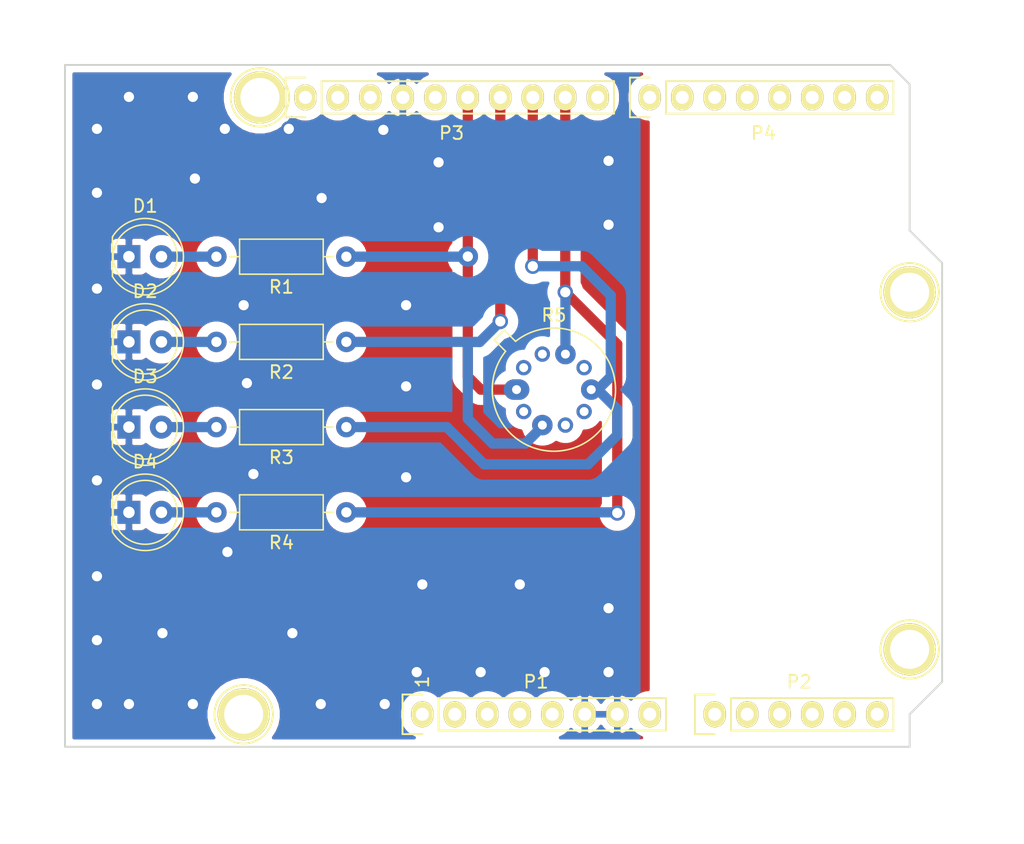
<source format=kicad_pcb>
(kicad_pcb (version 20171130) (host pcbnew "(5.1.8)-1")

  (general
    (thickness 1.6)
    (drawings 27)
    (tracks 85)
    (zones 0)
    (modules 17)
    (nets 39)
  )

  (page A4)
  (title_block
    (title "Demo proto carte LED pour shield Arduino")
    (date 2020-12-02)
    (rev 1.0)
    (company INSA)
    (comment 2 "Arnauld Biganzoli")
    (comment 3 "Opérateur CAO :")
  )

  (layers
    (0 F.Cu signal)
    (31 B.Cu signal)
    (33 F.Adhes user)
    (35 F.Paste user)
    (37 F.SilkS user)
    (38 B.Mask user)
    (39 F.Mask user)
    (40 Dwgs.User user hide)
    (41 Cmts.User user)
    (42 Eco1.User user)
    (43 Eco2.User user)
    (44 Edge.Cuts user)
    (45 Margin user)
    (46 B.CrtYd user)
    (47 F.CrtYd user hide)
    (49 F.Fab user)
  )

  (setup
    (last_trace_width 0.8)
    (trace_clearance 0.8)
    (zone_clearance 0.508)
    (zone_45_only no)
    (trace_min 0.2)
    (via_size 1.2)
    (via_drill 0.8)
    (via_min_size 0.4)
    (via_min_drill 0.3)
    (uvia_size 0.3)
    (uvia_drill 0.1)
    (uvias_allowed no)
    (uvia_min_size 0.2)
    (uvia_min_drill 0.1)
    (edge_width 0.15)
    (segment_width 0.15)
    (pcb_text_width 0.3)
    (pcb_text_size 1.5 1.5)
    (mod_edge_width 0.15)
    (mod_text_size 1 1)
    (mod_text_width 0.15)
    (pad_size 4.064 4.064)
    (pad_drill 3.048)
    (pad_to_mask_clearance 0)
    (aux_axis_origin 110.998 73.025)
    (grid_origin 110.998 73.025)
    (visible_elements 7FFFFFFF)
    (pcbplotparams
      (layerselection 0x00030_80000001)
      (usegerberextensions false)
      (usegerberattributes true)
      (usegerberadvancedattributes true)
      (creategerberjobfile true)
      (excludeedgelayer true)
      (linewidth 0.100000)
      (plotframeref false)
      (viasonmask false)
      (mode 1)
      (useauxorigin false)
      (hpglpennumber 1)
      (hpglpenspeed 20)
      (hpglpendiameter 15.000000)
      (psnegative false)
      (psa4output false)
      (plotreference true)
      (plotvalue true)
      (plotinvisibletext false)
      (padsonsilk false)
      (subtractmaskfromsilk false)
      (outputformat 1)
      (mirror false)
      (drillshape 1)
      (scaleselection 1)
      (outputdirectory ""))
  )

  (net 0 "")
  (net 1 /IOREF)
  (net 2 +5V)
  (net 3 GND)
  (net 4 /Vin)
  (net 5 /A0)
  (net 6 /A1)
  (net 7 /A2)
  (net 8 /A3)
  (net 9 /AREF)
  (net 10 "/A4(SDA)")
  (net 11 "/A5(SCL)")
  (net 12 /8)
  (net 13 /7)
  (net 14 "/6(**)")
  (net 15 "/5(**)")
  (net 16 /4)
  (net 17 "/3(**)")
  (net 18 /2)
  (net 19 "/1(Tx)")
  (net 20 "/0(Rx)")
  (net 21 "Net-(P5-Pad1)")
  (net 22 "Net-(P6-Pad1)")
  (net 23 "Net-(P7-Pad1)")
  (net 24 "Net-(P8-Pad1)")
  (net 25 "/13(SCK)")
  (net 26 "Net-(P1-Pad1)")
  (net 27 +3V3)
  (net 28 "Net-(D1-Pad2)")
  (net 29 "Net-(D2-Pad2)")
  (net 30 "Net-(D3-Pad2)")
  (net 31 "Net-(D4-Pad2)")
  (net 32 /~Reset~)
  (net 33 /LED1)
  (net 34 /LED2)
  (net 35 /LED3)
  (net 36 /LED4)
  (net 37 "Net-(P3-Pad1)")
  (net 38 "Net-(P3-Pad2)")

  (net_class Default "This is the default net class."
    (clearance 0.8)
    (trace_width 0.8)
    (via_dia 1.2)
    (via_drill 0.8)
    (uvia_dia 0.3)
    (uvia_drill 0.1)
    (add_net +3V3)
    (add_net "/0(Rx)")
    (add_net "/1(Tx)")
    (add_net "/13(SCK)")
    (add_net /2)
    (add_net "/3(**)")
    (add_net /4)
    (add_net "/5(**)")
    (add_net "/6(**)")
    (add_net /7)
    (add_net /8)
    (add_net /A0)
    (add_net /A1)
    (add_net /A2)
    (add_net /A3)
    (add_net "/A4(SDA)")
    (add_net "/A5(SCL)")
    (add_net /AREF)
    (add_net /IOREF)
    (add_net /LED1)
    (add_net /LED2)
    (add_net /LED3)
    (add_net /LED4)
    (add_net /Vin)
    (add_net /~Reset~)
    (add_net GND)
    (add_net "Net-(D1-Pad2)")
    (add_net "Net-(D2-Pad2)")
    (add_net "Net-(D3-Pad2)")
    (add_net "Net-(D4-Pad2)")
    (add_net "Net-(P1-Pad1)")
    (add_net "Net-(P3-Pad1)")
    (add_net "Net-(P3-Pad2)")
    (add_net "Net-(P5-Pad1)")
    (add_net "Net-(P6-Pad1)")
    (add_net "Net-(P7-Pad1)")
    (add_net "Net-(P8-Pad1)")
  )

  (net_class Power ""
    (clearance 0.8)
    (trace_width 1.2)
    (via_dia 1.6)
    (via_drill 0.8)
    (uvia_dia 0.3)
    (uvia_drill 0.1)
    (add_net +5V)
  )

  (module MyPackage:TO-5-10_Window (layer F.Cu) (tedit 5FCE0B97) (tstamp 5FCE6B15)
    (at 146.304 98.425)
    (descr "TO-5-10_Window, Window")
    (tags "TO-5-10_Window Window")
    (path /5FCF252C)
    (fp_text reference R5 (at 2.92 -5.82) (layer F.SilkS)
      (effects (font (size 1 1) (thickness 0.15)))
    )
    (fp_text value GSensor (at 2.92 5.82) (layer F.Fab)
      (effects (font (size 1 1) (thickness 0.15)))
    )
    (fp_circle (center 2.92 0) (end 5.87 0) (layer F.Fab) (width 0.1))
    (fp_circle (center 2.92 0) (end 7.17 0) (layer F.Fab) (width 0.1))
    (fp_line (start 7.87 -4.95) (end -2.04 -4.95) (layer F.CrtYd) (width 0.05))
    (fp_line (start 7.87 4.95) (end 7.87 -4.95) (layer F.CrtYd) (width 0.05))
    (fp_line (start -2.04 4.95) (end 7.87 4.95) (layer F.CrtYd) (width 0.05))
    (fp_line (start -2.04 -4.95) (end -2.04 4.95) (layer F.CrtYd) (width 0.05))
    (fp_line (start -1.745856 -3.888039) (end -0.854902 -2.997084) (layer F.SilkS) (width 0.12))
    (fp_line (start -0.968039 -4.665856) (end -1.745856 -3.888039) (layer F.SilkS) (width 0.12))
    (fp_line (start -0.077084 -3.774902) (end -0.968039 -4.665856) (layer F.SilkS) (width 0.12))
    (fp_line (start 0.283 1.324) (end 1.596 2.637) (layer F.Fab) (width 0.1))
    (fp_line (start 0.009 0.485) (end 2.435 2.911) (layer F.Fab) (width 0.1))
    (fp_line (start -0.028 -0.12) (end 3.04 2.948) (layer F.Fab) (width 0.1))
    (fp_line (start 0.036 -0.622) (end 3.542 2.884) (layer F.Fab) (width 0.1))
    (fp_line (start 0.165 -1.058) (end 3.978 2.755) (layer F.Fab) (width 0.1))
    (fp_line (start 0.346 -1.443) (end 4.363 2.574) (layer F.Fab) (width 0.1))
    (fp_line (start 0.57 -1.784) (end 4.704 2.35) (layer F.Fab) (width 0.1))
    (fp_line (start 0.834 -2.086) (end 5.006 2.086) (layer F.Fab) (width 0.1))
    (fp_line (start 1.136 -2.35) (end 5.27 1.784) (layer F.Fab) (width 0.1))
    (fp_line (start 1.477 -2.574) (end 5.494 1.443) (layer F.Fab) (width 0.1))
    (fp_line (start 1.862 -2.755) (end 5.675 1.058) (layer F.Fab) (width 0.1))
    (fp_line (start 2.298 -2.884) (end 5.804 0.622) (layer F.Fab) (width 0.1))
    (fp_line (start 2.8 -2.948) (end 5.868 0.12) (layer F.Fab) (width 0.1))
    (fp_line (start 3.405 -2.911) (end 5.831 -0.485) (layer F.Fab) (width 0.1))
    (fp_line (start 4.244 -2.637) (end 5.557 -1.324) (layer F.Fab) (width 0.1))
    (fp_line (start -1.499621 -3.81151) (end -0.69352 -3.005408) (layer F.Fab) (width 0.1))
    (fp_line (start -0.89151 -4.419621) (end -1.499621 -3.81151) (layer F.Fab) (width 0.1))
    (fp_line (start -0.085408 -3.61352) (end -0.89151 -4.419621) (layer F.Fab) (width 0.1))
    (fp_arc (start 2.92 0) (end -0.077084 -3.774902) (angle 346.9) (layer F.SilkS) (width 0.12))
    (fp_arc (start 2.92 0) (end -0.085408 -3.61352) (angle 349.5) (layer F.Fab) (width 0.1))
    (fp_text user %R (at 2.92 -5.82) (layer F.Fab)
      (effects (font (size 1 1) (thickness 0.15)))
    )
    (pad NC thru_hole oval (at 0.55767 -1.716333) (size 1.2 1.2) (drill 0.7) (layers *.Cu *.Mask))
    (pad NC thru_hole oval (at 2.01767 -2.777085) (size 1.2 1.2) (drill 0.7) (layers *.Cu *.Mask))
    (pad 4 thru_hole circle (at 3.82233 -2.777085) (size 1.6 1.6) (drill 0.7) (layers *.Cu *.Mask)
      (net 36 /LED4))
    (pad NC thru_hole oval (at 5.28233 -1.716333) (size 1.2 1.2) (drill 0.7) (layers *.Cu *.Mask))
    (pad 3 thru_hole circle (at 5.84 0) (size 1.6 1.6) (drill 0.7) (layers *.Cu *.Mask)
      (net 35 /LED3))
    (pad NC thru_hole oval (at 5.28233 1.716333) (size 1.2 1.2) (drill 0.7) (layers *.Cu *.Mask))
    (pad NC thru_hole oval (at 3.82233 2.777085) (size 1.2 1.2) (drill 0.7) (layers *.Cu *.Mask))
    (pad 2 thru_hole circle (at 2.01767 2.777085) (size 1.6 1.6) (drill 0.7) (layers *.Cu *.Mask)
      (net 34 /LED2))
    (pad NC thru_hole oval (at 0.55767 1.716333) (size 1.2 1.2) (drill 0.7) (layers *.Cu *.Mask))
    (pad 1 thru_hole oval (at 0 0) (size 2 1.6) (drill 0.7) (layers *.Cu *.Mask)
      (net 33 /LED1))
    (model C:/insa/2020-2021/github/2020_2021-Demo4all/KiCadPcbLedDemo/Packages3D/TO-5-10.wrl
      (offset (xyz 3 0 9.5))
      (scale (xyz 0.4 0.4 0.4))
      (rotate (xyz -90 0 0))
    )
  )

  (module Socket_Arduino_Uno:Socket_Strip_Arduino_1x08 locked (layer F.Cu) (tedit 552168D2) (tstamp 551AF9EA)
    (at 138.938 123.825)
    (descr "Through hole socket strip")
    (tags "socket strip")
    (path /56D70129)
    (fp_text reference P1 (at 8.89 -2.54) (layer F.SilkS)
      (effects (font (size 1 1) (thickness 0.15)))
    )
    (fp_text value Power (at 8.89 -4.064) (layer F.Fab)
      (effects (font (size 1 1) (thickness 0.15)))
    )
    (fp_line (start -1.55 -1.55) (end -1.55 1.55) (layer F.SilkS) (width 0.15))
    (fp_line (start 0 -1.55) (end -1.55 -1.55) (layer F.SilkS) (width 0.15))
    (fp_line (start 1.27 1.27) (end 1.27 -1.27) (layer F.SilkS) (width 0.15))
    (fp_line (start -1.55 1.55) (end 0 1.55) (layer F.SilkS) (width 0.15))
    (fp_line (start 19.05 -1.27) (end 1.27 -1.27) (layer F.SilkS) (width 0.15))
    (fp_line (start 19.05 1.27) (end 19.05 -1.27) (layer F.SilkS) (width 0.15))
    (fp_line (start 1.27 1.27) (end 19.05 1.27) (layer F.SilkS) (width 0.15))
    (fp_line (start -1.75 1.75) (end 19.55 1.75) (layer F.CrtYd) (width 0.05))
    (fp_line (start -1.75 -1.75) (end 19.55 -1.75) (layer F.CrtYd) (width 0.05))
    (fp_line (start 19.55 -1.75) (end 19.55 1.75) (layer F.CrtYd) (width 0.05))
    (fp_line (start -1.75 -1.75) (end -1.75 1.75) (layer F.CrtYd) (width 0.05))
    (pad 1 thru_hole oval (at 0 0) (size 1.7272 2.032) (drill 1.016) (layers *.Cu *.Mask F.SilkS)
      (net 26 "Net-(P1-Pad1)"))
    (pad 2 thru_hole oval (at 2.54 0) (size 1.7272 2.032) (drill 1.016) (layers *.Cu *.Mask F.SilkS)
      (net 1 /IOREF))
    (pad 3 thru_hole oval (at 5.08 0) (size 1.7272 2.032) (drill 1.016) (layers *.Cu *.Mask F.SilkS)
      (net 32 /~Reset~))
    (pad 4 thru_hole oval (at 7.62 0) (size 1.7272 2.032) (drill 1.016) (layers *.Cu *.Mask F.SilkS)
      (net 27 +3V3))
    (pad 5 thru_hole oval (at 10.16 0) (size 1.7272 2.032) (drill 1.016) (layers *.Cu *.Mask F.SilkS)
      (net 2 +5V))
    (pad 6 thru_hole oval (at 12.7 0) (size 1.7272 2.032) (drill 1.016) (layers *.Cu *.Mask F.SilkS)
      (net 3 GND))
    (pad 7 thru_hole oval (at 15.24 0) (size 1.7272 2.032) (drill 1.016) (layers *.Cu *.Mask F.SilkS)
      (net 3 GND))
    (pad 8 thru_hole oval (at 17.78 0) (size 1.7272 2.032) (drill 1.016) (layers *.Cu *.Mask F.SilkS)
      (net 4 /Vin))
    (model ${KIPRJMOD}/Socket_Arduino_Uno.3dshapes/Socket_header_Arduino_1x08.wrl
      (offset (xyz 8.889999866485596 0 0))
      (scale (xyz 1 1 1))
      (rotate (xyz 0 0 180))
    )
  )

  (module Socket_Arduino_Uno:Socket_Strip_Arduino_1x06 locked (layer F.Cu) (tedit 552168D6) (tstamp 551AF9FF)
    (at 161.798 123.825)
    (descr "Through hole socket strip")
    (tags "socket strip")
    (path /56D70DD8)
    (fp_text reference P2 (at 6.604 -2.54) (layer F.SilkS)
      (effects (font (size 1 1) (thickness 0.15)))
    )
    (fp_text value Analog (at 6.604 -4.064) (layer F.Fab)
      (effects (font (size 1 1) (thickness 0.15)))
    )
    (fp_line (start -1.55 -1.55) (end -1.55 1.55) (layer F.SilkS) (width 0.15))
    (fp_line (start 0 -1.55) (end -1.55 -1.55) (layer F.SilkS) (width 0.15))
    (fp_line (start 1.27 1.27) (end 1.27 -1.27) (layer F.SilkS) (width 0.15))
    (fp_line (start -1.55 1.55) (end 0 1.55) (layer F.SilkS) (width 0.15))
    (fp_line (start 13.97 -1.27) (end 1.27 -1.27) (layer F.SilkS) (width 0.15))
    (fp_line (start 13.97 1.27) (end 13.97 -1.27) (layer F.SilkS) (width 0.15))
    (fp_line (start 1.27 1.27) (end 13.97 1.27) (layer F.SilkS) (width 0.15))
    (fp_line (start -1.75 1.75) (end 14.45 1.75) (layer F.CrtYd) (width 0.05))
    (fp_line (start -1.75 -1.75) (end 14.45 -1.75) (layer F.CrtYd) (width 0.05))
    (fp_line (start 14.45 -1.75) (end 14.45 1.75) (layer F.CrtYd) (width 0.05))
    (fp_line (start -1.75 -1.75) (end -1.75 1.75) (layer F.CrtYd) (width 0.05))
    (pad 1 thru_hole oval (at 0 0) (size 1.7272 2.032) (drill 1.016) (layers *.Cu *.Mask F.SilkS)
      (net 5 /A0))
    (pad 2 thru_hole oval (at 2.54 0) (size 1.7272 2.032) (drill 1.016) (layers *.Cu *.Mask F.SilkS)
      (net 6 /A1))
    (pad 3 thru_hole oval (at 5.08 0) (size 1.7272 2.032) (drill 1.016) (layers *.Cu *.Mask F.SilkS)
      (net 7 /A2))
    (pad 4 thru_hole oval (at 7.62 0) (size 1.7272 2.032) (drill 1.016) (layers *.Cu *.Mask F.SilkS)
      (net 8 /A3))
    (pad 5 thru_hole oval (at 10.16 0) (size 1.7272 2.032) (drill 1.016) (layers *.Cu *.Mask F.SilkS)
      (net 10 "/A4(SDA)"))
    (pad 6 thru_hole oval (at 12.7 0) (size 1.7272 2.032) (drill 1.016) (layers *.Cu *.Mask F.SilkS)
      (net 11 "/A5(SCL)"))
    (model ${KIPRJMOD}/Socket_Arduino_Uno.3dshapes/Socket_header_Arduino_1x06.wrl
      (offset (xyz 6.349999904632568 0 0))
      (scale (xyz 1 1 1))
      (rotate (xyz 0 0 180))
    )
  )

  (module Socket_Arduino_Uno:Socket_Strip_Arduino_1x10 locked (layer F.Cu) (tedit 552168BF) (tstamp 551AFA18)
    (at 129.794 75.565)
    (descr "Through hole socket strip")
    (tags "socket strip")
    (path /56D721E0)
    (fp_text reference P3 (at 11.43 2.794) (layer F.SilkS)
      (effects (font (size 1 1) (thickness 0.15)))
    )
    (fp_text value Digital (at 11.43 4.318) (layer F.Fab)
      (effects (font (size 1 1) (thickness 0.15)))
    )
    (fp_line (start -1.55 -1.55) (end -1.55 1.55) (layer F.SilkS) (width 0.15))
    (fp_line (start 0 -1.55) (end -1.55 -1.55) (layer F.SilkS) (width 0.15))
    (fp_line (start 1.27 1.27) (end 1.27 -1.27) (layer F.SilkS) (width 0.15))
    (fp_line (start -1.55 1.55) (end 0 1.55) (layer F.SilkS) (width 0.15))
    (fp_line (start 24.13 -1.27) (end 1.27 -1.27) (layer F.SilkS) (width 0.15))
    (fp_line (start 24.13 1.27) (end 24.13 -1.27) (layer F.SilkS) (width 0.15))
    (fp_line (start 1.27 1.27) (end 24.13 1.27) (layer F.SilkS) (width 0.15))
    (fp_line (start -1.75 1.75) (end 24.65 1.75) (layer F.CrtYd) (width 0.05))
    (fp_line (start -1.75 -1.75) (end 24.65 -1.75) (layer F.CrtYd) (width 0.05))
    (fp_line (start 24.65 -1.75) (end 24.65 1.75) (layer F.CrtYd) (width 0.05))
    (fp_line (start -1.75 -1.75) (end -1.75 1.75) (layer F.CrtYd) (width 0.05))
    (pad 1 thru_hole oval (at 0 0) (size 1.7272 2.032) (drill 1.016) (layers *.Cu *.Mask F.SilkS)
      (net 37 "Net-(P3-Pad1)"))
    (pad 2 thru_hole oval (at 2.54 0) (size 1.7272 2.032) (drill 1.016) (layers *.Cu *.Mask F.SilkS)
      (net 38 "Net-(P3-Pad2)"))
    (pad 3 thru_hole oval (at 5.08 0) (size 1.7272 2.032) (drill 1.016) (layers *.Cu *.Mask F.SilkS)
      (net 9 /AREF))
    (pad 4 thru_hole oval (at 7.62 0) (size 1.7272 2.032) (drill 1.016) (layers *.Cu *.Mask F.SilkS)
      (net 3 GND))
    (pad 5 thru_hole oval (at 10.16 0) (size 1.7272 2.032) (drill 1.016) (layers *.Cu *.Mask F.SilkS)
      (net 25 "/13(SCK)"))
    (pad 6 thru_hole oval (at 12.7 0) (size 1.7272 2.032) (drill 1.016) (layers *.Cu *.Mask F.SilkS)
      (net 33 /LED1))
    (pad 7 thru_hole oval (at 15.24 0) (size 1.7272 2.032) (drill 1.016) (layers *.Cu *.Mask F.SilkS)
      (net 34 /LED2))
    (pad 8 thru_hole oval (at 17.78 0) (size 1.7272 2.032) (drill 1.016) (layers *.Cu *.Mask F.SilkS)
      (net 35 /LED3))
    (pad 9 thru_hole oval (at 20.32 0) (size 1.7272 2.032) (drill 1.016) (layers *.Cu *.Mask F.SilkS)
      (net 36 /LED4))
    (pad 10 thru_hole oval (at 22.86 0) (size 1.7272 2.032) (drill 1.016) (layers *.Cu *.Mask F.SilkS)
      (net 12 /8))
    (model ${KIPRJMOD}/Socket_Arduino_Uno.3dshapes/Socket_header_Arduino_1x10.wrl
      (offset (xyz 11.42999982833862 0 0))
      (scale (xyz 1 1 1))
      (rotate (xyz 0 0 180))
    )
  )

  (module Socket_Arduino_Uno:Socket_Strip_Arduino_1x08 locked (layer F.Cu) (tedit 552168C7) (tstamp 551AFA2F)
    (at 156.718 75.565)
    (descr "Through hole socket strip")
    (tags "socket strip")
    (path /56D7164F)
    (fp_text reference P4 (at 8.89 2.794) (layer F.SilkS)
      (effects (font (size 1 1) (thickness 0.15)))
    )
    (fp_text value Digital (at 8.89 4.318) (layer F.Fab)
      (effects (font (size 1 1) (thickness 0.15)))
    )
    (fp_line (start -1.55 -1.55) (end -1.55 1.55) (layer F.SilkS) (width 0.15))
    (fp_line (start 0 -1.55) (end -1.55 -1.55) (layer F.SilkS) (width 0.15))
    (fp_line (start 1.27 1.27) (end 1.27 -1.27) (layer F.SilkS) (width 0.15))
    (fp_line (start -1.55 1.55) (end 0 1.55) (layer F.SilkS) (width 0.15))
    (fp_line (start 19.05 -1.27) (end 1.27 -1.27) (layer F.SilkS) (width 0.15))
    (fp_line (start 19.05 1.27) (end 19.05 -1.27) (layer F.SilkS) (width 0.15))
    (fp_line (start 1.27 1.27) (end 19.05 1.27) (layer F.SilkS) (width 0.15))
    (fp_line (start -1.75 1.75) (end 19.55 1.75) (layer F.CrtYd) (width 0.05))
    (fp_line (start -1.75 -1.75) (end 19.55 -1.75) (layer F.CrtYd) (width 0.05))
    (fp_line (start 19.55 -1.75) (end 19.55 1.75) (layer F.CrtYd) (width 0.05))
    (fp_line (start -1.75 -1.75) (end -1.75 1.75) (layer F.CrtYd) (width 0.05))
    (pad 1 thru_hole oval (at 0 0) (size 1.7272 2.032) (drill 1.016) (layers *.Cu *.Mask F.SilkS)
      (net 13 /7))
    (pad 2 thru_hole oval (at 2.54 0) (size 1.7272 2.032) (drill 1.016) (layers *.Cu *.Mask F.SilkS)
      (net 14 "/6(**)"))
    (pad 3 thru_hole oval (at 5.08 0) (size 1.7272 2.032) (drill 1.016) (layers *.Cu *.Mask F.SilkS)
      (net 15 "/5(**)"))
    (pad 4 thru_hole oval (at 7.62 0) (size 1.7272 2.032) (drill 1.016) (layers *.Cu *.Mask F.SilkS)
      (net 16 /4))
    (pad 5 thru_hole oval (at 10.16 0) (size 1.7272 2.032) (drill 1.016) (layers *.Cu *.Mask F.SilkS)
      (net 17 "/3(**)"))
    (pad 6 thru_hole oval (at 12.7 0) (size 1.7272 2.032) (drill 1.016) (layers *.Cu *.Mask F.SilkS)
      (net 18 /2))
    (pad 7 thru_hole oval (at 15.24 0) (size 1.7272 2.032) (drill 1.016) (layers *.Cu *.Mask F.SilkS)
      (net 19 "/1(Tx)"))
    (pad 8 thru_hole oval (at 17.78 0) (size 1.7272 2.032) (drill 1.016) (layers *.Cu *.Mask F.SilkS)
      (net 20 "/0(Rx)"))
    (model ${KIPRJMOD}/Socket_Arduino_Uno.3dshapes/Socket_header_Arduino_1x08.wrl
      (offset (xyz 8.889999866485596 0 0))
      (scale (xyz 1 1 1))
      (rotate (xyz 0 0 180))
    )
  )

  (module Socket_Arduino_Uno:Arduino_1pin locked (layer F.Cu) (tedit 5524FC39) (tstamp 5524FC3F)
    (at 124.968 123.825)
    (descr "module 1 pin (ou trou mecanique de percage)")
    (tags DEV)
    (path /56D71177)
    (fp_text reference P5 (at 0 -3.048) (layer F.SilkS) hide
      (effects (font (size 1 1) (thickness 0.15)))
    )
    (fp_text value CONN_01X01 (at 0 2.794) (layer F.Fab) hide
      (effects (font (size 1 1) (thickness 0.15)))
    )
    (fp_circle (center 0 0) (end 0 -2.286) (layer F.SilkS) (width 0.15))
    (pad 1 thru_hole circle (at 0 0) (size 4.064 4.064) (drill 3.048) (layers *.Cu *.Mask F.SilkS)
      (net 21 "Net-(P5-Pad1)"))
  )

  (module Socket_Arduino_Uno:Arduino_1pin locked (layer F.Cu) (tedit 5524FC4A) (tstamp 5524FC44)
    (at 177.038 118.745)
    (descr "module 1 pin (ou trou mecanique de percage)")
    (tags DEV)
    (path /56D71274)
    (fp_text reference P6 (at 0 -3.048) (layer F.SilkS) hide
      (effects (font (size 1 1) (thickness 0.15)))
    )
    (fp_text value CONN_01X01 (at 0 2.794) (layer F.Fab) hide
      (effects (font (size 1 1) (thickness 0.15)))
    )
    (fp_circle (center 0 0) (end 0 -2.286) (layer F.SilkS) (width 0.15))
    (pad 1 thru_hole circle (at 0 0) (size 4.064 4.064) (drill 3.048) (layers *.Cu *.Mask F.SilkS)
      (net 22 "Net-(P6-Pad1)"))
  )

  (module Socket_Arduino_Uno:Arduino_1pin locked (layer F.Cu) (tedit 5524FC2F) (tstamp 5524FC49)
    (at 126.238 75.565)
    (descr "module 1 pin (ou trou mecanique de percage)")
    (tags DEV)
    (path /56D712A8)
    (fp_text reference P7 (at 0 -3.048) (layer F.SilkS) hide
      (effects (font (size 1 1) (thickness 0.15)))
    )
    (fp_text value CONN_01X01 (at 0 2.794) (layer F.Fab) hide
      (effects (font (size 1 1) (thickness 0.15)))
    )
    (fp_circle (center 0 0) (end 0 -2.286) (layer F.SilkS) (width 0.15))
    (pad 1 thru_hole circle (at 0 0) (size 4.064 4.064) (drill 3.048) (layers *.Cu *.Mask F.SilkS)
      (net 23 "Net-(P7-Pad1)"))
  )

  (module Socket_Arduino_Uno:Arduino_1pin locked (layer F.Cu) (tedit 5524FC41) (tstamp 5524FC4E)
    (at 177.038 90.805)
    (descr "module 1 pin (ou trou mecanique de percage)")
    (tags DEV)
    (path /56D712DB)
    (fp_text reference P8 (at 0 -3.048) (layer F.SilkS) hide
      (effects (font (size 1 1) (thickness 0.15)))
    )
    (fp_text value CONN_01X01 (at 0 2.794) (layer F.Fab) hide
      (effects (font (size 1 1) (thickness 0.15)))
    )
    (fp_circle (center 0 0) (end 0 -2.286) (layer F.SilkS) (width 0.15))
    (pad 1 thru_hole circle (at 0 0) (size 4.064 4.064) (drill 3.048) (layers *.Cu *.Mask F.SilkS)
      (net 24 "Net-(P8-Pad1)"))
  )

  (module LED_THT:LED_D5.0mm (layer F.Cu) (tedit 5995936A) (tstamp 5FC76E25)
    (at 115.998 88.025)
    (descr "LED, diameter 5.0mm, 2 pins, http://cdn-reichelt.de/documents/datenblatt/A500/LL-504BC2E-009.pdf")
    (tags "LED diameter 5.0mm 2 pins")
    (path /5FC76F5F)
    (fp_text reference D1 (at 1.27 -3.96) (layer F.SilkS)
      (effects (font (size 1 1) (thickness 0.15)))
    )
    (fp_text value LED (at 1.27 3.96) (layer F.Fab)
      (effects (font (size 1 1) (thickness 0.15)))
    )
    (fp_line (start 4.5 -3.25) (end -1.95 -3.25) (layer F.CrtYd) (width 0.05))
    (fp_line (start 4.5 3.25) (end 4.5 -3.25) (layer F.CrtYd) (width 0.05))
    (fp_line (start -1.95 3.25) (end 4.5 3.25) (layer F.CrtYd) (width 0.05))
    (fp_line (start -1.95 -3.25) (end -1.95 3.25) (layer F.CrtYd) (width 0.05))
    (fp_line (start -1.29 -1.545) (end -1.29 1.545) (layer F.SilkS) (width 0.12))
    (fp_line (start -1.23 -1.469694) (end -1.23 1.469694) (layer F.Fab) (width 0.1))
    (fp_circle (center 1.27 0) (end 3.77 0) (layer F.SilkS) (width 0.12))
    (fp_circle (center 1.27 0) (end 3.77 0) (layer F.Fab) (width 0.1))
    (fp_arc (start 1.27 0) (end -1.23 -1.469694) (angle 299.1) (layer F.Fab) (width 0.1))
    (fp_arc (start 1.27 0) (end -1.29 -1.54483) (angle 148.9) (layer F.SilkS) (width 0.12))
    (fp_arc (start 1.27 0) (end -1.29 1.54483) (angle -148.9) (layer F.SilkS) (width 0.12))
    (fp_text user %R (at 1.25 0) (layer F.Fab)
      (effects (font (size 0.8 0.8) (thickness 0.2)))
    )
    (pad 1 thru_hole rect (at 0 0) (size 1.8 1.8) (drill 0.9) (layers *.Cu *.Mask)
      (net 3 GND))
    (pad 2 thru_hole circle (at 2.54 0) (size 1.8 1.8) (drill 0.9) (layers *.Cu *.Mask)
      (net 28 "Net-(D1-Pad2)"))
    (model ${KISYS3DMOD}/LED_THT.3dshapes/LED_D5.0mm.wrl
      (at (xyz 0 0 0))
      (scale (xyz 1 1 1))
      (rotate (xyz 0 0 0))
    )
  )

  (module LED_THT:LED_D5.0mm (layer F.Cu) (tedit 5995936A) (tstamp 5FC76E37)
    (at 115.998 94.691666)
    (descr "LED, diameter 5.0mm, 2 pins, http://cdn-reichelt.de/documents/datenblatt/A500/LL-504BC2E-009.pdf")
    (tags "LED diameter 5.0mm 2 pins")
    (path /5FC8884C)
    (fp_text reference D2 (at 1.27 -3.96) (layer F.SilkS)
      (effects (font (size 1 1) (thickness 0.15)))
    )
    (fp_text value LED (at 1.27 3.96) (layer F.Fab)
      (effects (font (size 1 1) (thickness 0.15)))
    )
    (fp_circle (center 1.27 0) (end 3.77 0) (layer F.Fab) (width 0.1))
    (fp_circle (center 1.27 0) (end 3.77 0) (layer F.SilkS) (width 0.12))
    (fp_line (start -1.23 -1.469694) (end -1.23 1.469694) (layer F.Fab) (width 0.1))
    (fp_line (start -1.29 -1.545) (end -1.29 1.545) (layer F.SilkS) (width 0.12))
    (fp_line (start -1.95 -3.25) (end -1.95 3.25) (layer F.CrtYd) (width 0.05))
    (fp_line (start -1.95 3.25) (end 4.5 3.25) (layer F.CrtYd) (width 0.05))
    (fp_line (start 4.5 3.25) (end 4.5 -3.25) (layer F.CrtYd) (width 0.05))
    (fp_line (start 4.5 -3.25) (end -1.95 -3.25) (layer F.CrtYd) (width 0.05))
    (fp_text user %R (at 1.25 0) (layer F.Fab)
      (effects (font (size 0.8 0.8) (thickness 0.2)))
    )
    (fp_arc (start 1.27 0) (end -1.29 1.54483) (angle -148.9) (layer F.SilkS) (width 0.12))
    (fp_arc (start 1.27 0) (end -1.29 -1.54483) (angle 148.9) (layer F.SilkS) (width 0.12))
    (fp_arc (start 1.27 0) (end -1.23 -1.469694) (angle 299.1) (layer F.Fab) (width 0.1))
    (pad 2 thru_hole circle (at 2.54 0) (size 1.8 1.8) (drill 0.9) (layers *.Cu *.Mask)
      (net 29 "Net-(D2-Pad2)"))
    (pad 1 thru_hole rect (at 0 0) (size 1.8 1.8) (drill 0.9) (layers *.Cu *.Mask)
      (net 3 GND))
    (model ${KISYS3DMOD}/LED_THT.3dshapes/LED_D5.0mm.wrl
      (at (xyz 0 0 0))
      (scale (xyz 1 1 1))
      (rotate (xyz 0 0 0))
    )
  )

  (module LED_THT:LED_D5.0mm (layer F.Cu) (tedit 5995936A) (tstamp 5FC76E49)
    (at 115.998 101.358332)
    (descr "LED, diameter 5.0mm, 2 pins, http://cdn-reichelt.de/documents/datenblatt/A500/LL-504BC2E-009.pdf")
    (tags "LED diameter 5.0mm 2 pins")
    (path /5FC8EB94)
    (fp_text reference D3 (at 1.27 -3.96) (layer F.SilkS)
      (effects (font (size 1 1) (thickness 0.15)))
    )
    (fp_text value LED (at 1.27 3.96) (layer F.Fab)
      (effects (font (size 1 1) (thickness 0.15)))
    )
    (fp_line (start 4.5 -3.25) (end -1.95 -3.25) (layer F.CrtYd) (width 0.05))
    (fp_line (start 4.5 3.25) (end 4.5 -3.25) (layer F.CrtYd) (width 0.05))
    (fp_line (start -1.95 3.25) (end 4.5 3.25) (layer F.CrtYd) (width 0.05))
    (fp_line (start -1.95 -3.25) (end -1.95 3.25) (layer F.CrtYd) (width 0.05))
    (fp_line (start -1.29 -1.545) (end -1.29 1.545) (layer F.SilkS) (width 0.12))
    (fp_line (start -1.23 -1.469694) (end -1.23 1.469694) (layer F.Fab) (width 0.1))
    (fp_circle (center 1.27 0) (end 3.77 0) (layer F.SilkS) (width 0.12))
    (fp_circle (center 1.27 0) (end 3.77 0) (layer F.Fab) (width 0.1))
    (fp_arc (start 1.27 0) (end -1.23 -1.469694) (angle 299.1) (layer F.Fab) (width 0.1))
    (fp_arc (start 1.27 0) (end -1.29 -1.54483) (angle 148.9) (layer F.SilkS) (width 0.12))
    (fp_arc (start 1.27 0) (end -1.29 1.54483) (angle -148.9) (layer F.SilkS) (width 0.12))
    (fp_text user %R (at 1.25 0) (layer F.Fab)
      (effects (font (size 0.8 0.8) (thickness 0.2)))
    )
    (pad 1 thru_hole rect (at 0 0) (size 1.8 1.8) (drill 0.9) (layers *.Cu *.Mask)
      (net 3 GND))
    (pad 2 thru_hole circle (at 2.54 0) (size 1.8 1.8) (drill 0.9) (layers *.Cu *.Mask)
      (net 30 "Net-(D3-Pad2)"))
    (model ${KISYS3DMOD}/LED_THT.3dshapes/LED_D5.0mm.wrl
      (at (xyz 0 0 0))
      (scale (xyz 1 1 1))
      (rotate (xyz 0 0 0))
    )
  )

  (module LED_THT:LED_D5.0mm (layer F.Cu) (tedit 5995936A) (tstamp 5FC76E5B)
    (at 115.998 108.025)
    (descr "LED, diameter 5.0mm, 2 pins, http://cdn-reichelt.de/documents/datenblatt/A500/LL-504BC2E-009.pdf")
    (tags "LED diameter 5.0mm 2 pins")
    (path /5FC8ED44)
    (fp_text reference D4 (at 1.27 -3.96) (layer F.SilkS)
      (effects (font (size 1 1) (thickness 0.15)))
    )
    (fp_text value LED (at 1.27 3.96) (layer F.Fab)
      (effects (font (size 1 1) (thickness 0.15)))
    )
    (fp_circle (center 1.27 0) (end 3.77 0) (layer F.Fab) (width 0.1))
    (fp_circle (center 1.27 0) (end 3.77 0) (layer F.SilkS) (width 0.12))
    (fp_line (start -1.23 -1.469694) (end -1.23 1.469694) (layer F.Fab) (width 0.1))
    (fp_line (start -1.29 -1.545) (end -1.29 1.545) (layer F.SilkS) (width 0.12))
    (fp_line (start -1.95 -3.25) (end -1.95 3.25) (layer F.CrtYd) (width 0.05))
    (fp_line (start -1.95 3.25) (end 4.5 3.25) (layer F.CrtYd) (width 0.05))
    (fp_line (start 4.5 3.25) (end 4.5 -3.25) (layer F.CrtYd) (width 0.05))
    (fp_line (start 4.5 -3.25) (end -1.95 -3.25) (layer F.CrtYd) (width 0.05))
    (fp_text user %R (at 1.25 0) (layer F.Fab)
      (effects (font (size 0.8 0.8) (thickness 0.2)))
    )
    (fp_arc (start 1.27 0) (end -1.29 1.54483) (angle -148.9) (layer F.SilkS) (width 0.12))
    (fp_arc (start 1.27 0) (end -1.29 -1.54483) (angle 148.9) (layer F.SilkS) (width 0.12))
    (fp_arc (start 1.27 0) (end -1.23 -1.469694) (angle 299.1) (layer F.Fab) (width 0.1))
    (pad 2 thru_hole circle (at 2.54 0) (size 1.8 1.8) (drill 0.9) (layers *.Cu *.Mask)
      (net 31 "Net-(D4-Pad2)"))
    (pad 1 thru_hole rect (at 0 0) (size 1.8 1.8) (drill 0.9) (layers *.Cu *.Mask)
      (net 3 GND))
    (model ${KISYS3DMOD}/LED_THT.3dshapes/LED_D5.0mm.wrl
      (at (xyz 0 0 0))
      (scale (xyz 1 1 1))
      (rotate (xyz 0 0 0))
    )
  )

  (module Resistor_THT:R_Axial_DIN0207_L6.3mm_D2.5mm_P10.16mm_Horizontal (layer F.Cu) (tedit 5AE5139B) (tstamp 5FCA36F1)
    (at 132.998 88.025 180)
    (descr "Resistor, Axial_DIN0207 series, Axial, Horizontal, pin pitch=10.16mm, 0.25W = 1/4W, length*diameter=6.3*2.5mm^2, http://cdn-reichelt.de/documents/datenblatt/B400/1_4W%23YAG.pdf")
    (tags "Resistor Axial_DIN0207 series Axial Horizontal pin pitch 10.16mm 0.25W = 1/4W length 6.3mm diameter 2.5mm")
    (path /5FC7D66F)
    (fp_text reference R1 (at 5.08 -2.37) (layer F.SilkS)
      (effects (font (size 1 1) (thickness 0.15)))
    )
    (fp_text value 470 (at 5.08 2.37) (layer F.Fab)
      (effects (font (size 1 1) (thickness 0.15)))
    )
    (fp_line (start 11.21 -1.5) (end -1.05 -1.5) (layer F.CrtYd) (width 0.05))
    (fp_line (start 11.21 1.5) (end 11.21 -1.5) (layer F.CrtYd) (width 0.05))
    (fp_line (start -1.05 1.5) (end 11.21 1.5) (layer F.CrtYd) (width 0.05))
    (fp_line (start -1.05 -1.5) (end -1.05 1.5) (layer F.CrtYd) (width 0.05))
    (fp_line (start 9.12 0) (end 8.35 0) (layer F.SilkS) (width 0.12))
    (fp_line (start 1.04 0) (end 1.81 0) (layer F.SilkS) (width 0.12))
    (fp_line (start 8.35 -1.37) (end 1.81 -1.37) (layer F.SilkS) (width 0.12))
    (fp_line (start 8.35 1.37) (end 8.35 -1.37) (layer F.SilkS) (width 0.12))
    (fp_line (start 1.81 1.37) (end 8.35 1.37) (layer F.SilkS) (width 0.12))
    (fp_line (start 1.81 -1.37) (end 1.81 1.37) (layer F.SilkS) (width 0.12))
    (fp_line (start 10.16 0) (end 8.23 0) (layer F.Fab) (width 0.1))
    (fp_line (start 0 0) (end 1.93 0) (layer F.Fab) (width 0.1))
    (fp_line (start 8.23 -1.25) (end 1.93 -1.25) (layer F.Fab) (width 0.1))
    (fp_line (start 8.23 1.25) (end 8.23 -1.25) (layer F.Fab) (width 0.1))
    (fp_line (start 1.93 1.25) (end 8.23 1.25) (layer F.Fab) (width 0.1))
    (fp_line (start 1.93 -1.25) (end 1.93 1.25) (layer F.Fab) (width 0.1))
    (fp_text user %R (at 5.08 0) (layer F.Fab)
      (effects (font (size 1 1) (thickness 0.15)))
    )
    (pad 1 thru_hole circle (at 0 0 180) (size 1.6 1.6) (drill 0.8) (layers *.Cu *.Mask)
      (net 33 /LED1))
    (pad 2 thru_hole oval (at 10.16 0 180) (size 1.6 1.6) (drill 0.8) (layers *.Cu *.Mask)
      (net 28 "Net-(D1-Pad2)"))
    (model ${KISYS3DMOD}/Resistor_THT.3dshapes/R_Axial_DIN0207_L6.3mm_D2.5mm_P10.16mm_Horizontal.wrl
      (at (xyz 0 0 0))
      (scale (xyz 1 1 1))
      (rotate (xyz 0 0 0))
    )
  )

  (module Resistor_THT:R_Axial_DIN0207_L6.3mm_D2.5mm_P10.16mm_Horizontal (layer F.Cu) (tedit 5AE5139B) (tstamp 5FC76E89)
    (at 132.998 94.691666 180)
    (descr "Resistor, Axial_DIN0207 series, Axial, Horizontal, pin pitch=10.16mm, 0.25W = 1/4W, length*diameter=6.3*2.5mm^2, http://cdn-reichelt.de/documents/datenblatt/B400/1_4W%23YAG.pdf")
    (tags "Resistor Axial_DIN0207 series Axial Horizontal pin pitch 10.16mm 0.25W = 1/4W length 6.3mm diameter 2.5mm")
    (path /5FC889C8)
    (fp_text reference R2 (at 5.08 -2.37) (layer F.SilkS)
      (effects (font (size 1 1) (thickness 0.15)))
    )
    (fp_text value 470 (at 5.08 2.37) (layer F.Fab)
      (effects (font (size 1 1) (thickness 0.15)))
    )
    (fp_line (start 1.93 -1.25) (end 1.93 1.25) (layer F.Fab) (width 0.1))
    (fp_line (start 1.93 1.25) (end 8.23 1.25) (layer F.Fab) (width 0.1))
    (fp_line (start 8.23 1.25) (end 8.23 -1.25) (layer F.Fab) (width 0.1))
    (fp_line (start 8.23 -1.25) (end 1.93 -1.25) (layer F.Fab) (width 0.1))
    (fp_line (start 0 0) (end 1.93 0) (layer F.Fab) (width 0.1))
    (fp_line (start 10.16 0) (end 8.23 0) (layer F.Fab) (width 0.1))
    (fp_line (start 1.81 -1.37) (end 1.81 1.37) (layer F.SilkS) (width 0.12))
    (fp_line (start 1.81 1.37) (end 8.35 1.37) (layer F.SilkS) (width 0.12))
    (fp_line (start 8.35 1.37) (end 8.35 -1.37) (layer F.SilkS) (width 0.12))
    (fp_line (start 8.35 -1.37) (end 1.81 -1.37) (layer F.SilkS) (width 0.12))
    (fp_line (start 1.04 0) (end 1.81 0) (layer F.SilkS) (width 0.12))
    (fp_line (start 9.12 0) (end 8.35 0) (layer F.SilkS) (width 0.12))
    (fp_line (start -1.05 -1.5) (end -1.05 1.5) (layer F.CrtYd) (width 0.05))
    (fp_line (start -1.05 1.5) (end 11.21 1.5) (layer F.CrtYd) (width 0.05))
    (fp_line (start 11.21 1.5) (end 11.21 -1.5) (layer F.CrtYd) (width 0.05))
    (fp_line (start 11.21 -1.5) (end -1.05 -1.5) (layer F.CrtYd) (width 0.05))
    (fp_text user %R (at 5.08 0) (layer F.Fab)
      (effects (font (size 1 1) (thickness 0.15)))
    )
    (pad 2 thru_hole oval (at 10.16 0 180) (size 1.6 1.6) (drill 0.8) (layers *.Cu *.Mask)
      (net 29 "Net-(D2-Pad2)"))
    (pad 1 thru_hole circle (at 0 0 180) (size 1.6 1.6) (drill 0.8) (layers *.Cu *.Mask)
      (net 34 /LED2))
    (model ${KISYS3DMOD}/Resistor_THT.3dshapes/R_Axial_DIN0207_L6.3mm_D2.5mm_P10.16mm_Horizontal.wrl
      (at (xyz 0 0 0))
      (scale (xyz 1 1 1))
      (rotate (xyz 0 0 0))
    )
  )

  (module Resistor_THT:R_Axial_DIN0207_L6.3mm_D2.5mm_P10.16mm_Horizontal (layer F.Cu) (tedit 5AE5139B) (tstamp 5FC76EA0)
    (at 132.998 101.358332 180)
    (descr "Resistor, Axial_DIN0207 series, Axial, Horizontal, pin pitch=10.16mm, 0.25W = 1/4W, length*diameter=6.3*2.5mm^2, http://cdn-reichelt.de/documents/datenblatt/B400/1_4W%23YAG.pdf")
    (tags "Resistor Axial_DIN0207 series Axial Horizontal pin pitch 10.16mm 0.25W = 1/4W length 6.3mm diameter 2.5mm")
    (path /5FC8ED38)
    (fp_text reference R3 (at 5.08 -2.37) (layer F.SilkS)
      (effects (font (size 1 1) (thickness 0.15)))
    )
    (fp_text value 470 (at 5.08 2.37) (layer F.Fab)
      (effects (font (size 1 1) (thickness 0.15)))
    )
    (fp_line (start 11.21 -1.5) (end -1.05 -1.5) (layer F.CrtYd) (width 0.05))
    (fp_line (start 11.21 1.5) (end 11.21 -1.5) (layer F.CrtYd) (width 0.05))
    (fp_line (start -1.05 1.5) (end 11.21 1.5) (layer F.CrtYd) (width 0.05))
    (fp_line (start -1.05 -1.5) (end -1.05 1.5) (layer F.CrtYd) (width 0.05))
    (fp_line (start 9.12 0) (end 8.35 0) (layer F.SilkS) (width 0.12))
    (fp_line (start 1.04 0) (end 1.81 0) (layer F.SilkS) (width 0.12))
    (fp_line (start 8.35 -1.37) (end 1.81 -1.37) (layer F.SilkS) (width 0.12))
    (fp_line (start 8.35 1.37) (end 8.35 -1.37) (layer F.SilkS) (width 0.12))
    (fp_line (start 1.81 1.37) (end 8.35 1.37) (layer F.SilkS) (width 0.12))
    (fp_line (start 1.81 -1.37) (end 1.81 1.37) (layer F.SilkS) (width 0.12))
    (fp_line (start 10.16 0) (end 8.23 0) (layer F.Fab) (width 0.1))
    (fp_line (start 0 0) (end 1.93 0) (layer F.Fab) (width 0.1))
    (fp_line (start 8.23 -1.25) (end 1.93 -1.25) (layer F.Fab) (width 0.1))
    (fp_line (start 8.23 1.25) (end 8.23 -1.25) (layer F.Fab) (width 0.1))
    (fp_line (start 1.93 1.25) (end 8.23 1.25) (layer F.Fab) (width 0.1))
    (fp_line (start 1.93 -1.25) (end 1.93 1.25) (layer F.Fab) (width 0.1))
    (fp_text user %R (at 5.08 0) (layer F.Fab)
      (effects (font (size 1 1) (thickness 0.15)))
    )
    (pad 1 thru_hole circle (at 0 0 180) (size 1.6 1.6) (drill 0.8) (layers *.Cu *.Mask)
      (net 35 /LED3))
    (pad 2 thru_hole oval (at 10.16 0 180) (size 1.6 1.6) (drill 0.8) (layers *.Cu *.Mask)
      (net 30 "Net-(D3-Pad2)"))
    (model ${KISYS3DMOD}/Resistor_THT.3dshapes/R_Axial_DIN0207_L6.3mm_D2.5mm_P10.16mm_Horizontal.wrl
      (at (xyz 0 0 0))
      (scale (xyz 1 1 1))
      (rotate (xyz 0 0 0))
    )
  )

  (module Resistor_THT:R_Axial_DIN0207_L6.3mm_D2.5mm_P10.16mm_Horizontal (layer F.Cu) (tedit 5AE5139B) (tstamp 5FC772F8)
    (at 132.998 108.025 180)
    (descr "Resistor, Axial_DIN0207 series, Axial, Horizontal, pin pitch=10.16mm, 0.25W = 1/4W, length*diameter=6.3*2.5mm^2, http://cdn-reichelt.de/documents/datenblatt/B400/1_4W%23YAG.pdf")
    (tags "Resistor Axial_DIN0207 series Axial Horizontal pin pitch 10.16mm 0.25W = 1/4W length 6.3mm diameter 2.5mm")
    (path /5FC8ED4E)
    (fp_text reference R4 (at 5.08 -2.37) (layer F.SilkS)
      (effects (font (size 1 1) (thickness 0.15)))
    )
    (fp_text value 470 (at 5.08 2.37) (layer F.Fab)
      (effects (font (size 1 1) (thickness 0.15)))
    )
    (fp_line (start 1.93 -1.25) (end 1.93 1.25) (layer F.Fab) (width 0.1))
    (fp_line (start 1.93 1.25) (end 8.23 1.25) (layer F.Fab) (width 0.1))
    (fp_line (start 8.23 1.25) (end 8.23 -1.25) (layer F.Fab) (width 0.1))
    (fp_line (start 8.23 -1.25) (end 1.93 -1.25) (layer F.Fab) (width 0.1))
    (fp_line (start 0 0) (end 1.93 0) (layer F.Fab) (width 0.1))
    (fp_line (start 10.16 0) (end 8.23 0) (layer F.Fab) (width 0.1))
    (fp_line (start 1.81 -1.37) (end 1.81 1.37) (layer F.SilkS) (width 0.12))
    (fp_line (start 1.81 1.37) (end 8.35 1.37) (layer F.SilkS) (width 0.12))
    (fp_line (start 8.35 1.37) (end 8.35 -1.37) (layer F.SilkS) (width 0.12))
    (fp_line (start 8.35 -1.37) (end 1.81 -1.37) (layer F.SilkS) (width 0.12))
    (fp_line (start 1.04 0) (end 1.81 0) (layer F.SilkS) (width 0.12))
    (fp_line (start 9.12 0) (end 8.35 0) (layer F.SilkS) (width 0.12))
    (fp_line (start -1.05 -1.5) (end -1.05 1.5) (layer F.CrtYd) (width 0.05))
    (fp_line (start -1.05 1.5) (end 11.21 1.5) (layer F.CrtYd) (width 0.05))
    (fp_line (start 11.21 1.5) (end 11.21 -1.5) (layer F.CrtYd) (width 0.05))
    (fp_line (start 11.21 -1.5) (end -1.05 -1.5) (layer F.CrtYd) (width 0.05))
    (fp_text user %R (at 5.08 0) (layer F.Fab)
      (effects (font (size 1 1) (thickness 0.15)))
    )
    (pad 2 thru_hole oval (at 10.16 0 180) (size 1.6 1.6) (drill 0.8) (layers *.Cu *.Mask)
      (net 31 "Net-(D4-Pad2)"))
    (pad 1 thru_hole circle (at 0 0 180) (size 1.6 1.6) (drill 0.8) (layers *.Cu *.Mask)
      (net 36 /LED4))
    (model ${KISYS3DMOD}/Resistor_THT.3dshapes/R_Axial_DIN0207_L6.3mm_D2.5mm_P10.16mm_Horizontal.wrl
      (at (xyz 0 0 0))
      (scale (xyz 1 1 1))
      (rotate (xyz 0 0 0))
    )
  )

  (gr_text 1 (at 138.938 121.285 90) (layer F.SilkS)
    (effects (font (size 1 1) (thickness 0.15)))
  )
  (gr_circle (center 117.348 76.962) (end 118.618 76.962) (layer Dwgs.User) (width 0.15))
  (gr_line (start 114.427 78.994) (end 114.427 74.93) (angle 90) (layer Dwgs.User) (width 0.15))
  (gr_line (start 120.269 78.994) (end 114.427 78.994) (angle 90) (layer Dwgs.User) (width 0.15))
  (gr_line (start 120.269 74.93) (end 120.269 78.994) (angle 90) (layer Dwgs.User) (width 0.15))
  (gr_line (start 114.427 74.93) (end 120.269 74.93) (angle 90) (layer Dwgs.User) (width 0.15))
  (gr_line (start 120.523 93.98) (end 104.648 93.98) (angle 90) (layer Dwgs.User) (width 0.15))
  (gr_line (start 177.038 74.549) (end 175.514 73.025) (angle 90) (layer Edge.Cuts) (width 0.15))
  (gr_line (start 177.038 85.979) (end 177.038 74.549) (angle 90) (layer Edge.Cuts) (width 0.15))
  (gr_line (start 179.578 88.519) (end 177.038 85.979) (angle 90) (layer Edge.Cuts) (width 0.15))
  (gr_line (start 179.578 121.285) (end 179.578 88.519) (angle 90) (layer Edge.Cuts) (width 0.15))
  (gr_line (start 177.038 123.825) (end 179.578 121.285) (angle 90) (layer Edge.Cuts) (width 0.15))
  (gr_line (start 177.038 126.365) (end 177.038 123.825) (angle 90) (layer Edge.Cuts) (width 0.15))
  (gr_line (start 110.998 126.365) (end 177.038 126.365) (angle 90) (layer Edge.Cuts) (width 0.15))
  (gr_line (start 110.998 73.025) (end 110.998 126.365) (angle 90) (layer Edge.Cuts) (width 0.15))
  (gr_line (start 175.514 73.025) (end 110.998 73.025) (angle 90) (layer Edge.Cuts) (width 0.15))
  (gr_line (start 173.355 102.235) (end 173.355 94.615) (angle 90) (layer Dwgs.User) (width 0.15))
  (gr_line (start 178.435 102.235) (end 173.355 102.235) (angle 90) (layer Dwgs.User) (width 0.15))
  (gr_line (start 178.435 94.615) (end 178.435 102.235) (angle 90) (layer Dwgs.User) (width 0.15))
  (gr_line (start 173.355 94.615) (end 178.435 94.615) (angle 90) (layer Dwgs.User) (width 0.15))
  (gr_line (start 109.093 123.19) (end 109.093 114.3) (angle 90) (layer Dwgs.User) (width 0.15))
  (gr_line (start 122.428 123.19) (end 109.093 123.19) (angle 90) (layer Dwgs.User) (width 0.15))
  (gr_line (start 122.428 114.3) (end 122.428 123.19) (angle 90) (layer Dwgs.User) (width 0.15))
  (gr_line (start 109.093 114.3) (end 122.428 114.3) (angle 90) (layer Dwgs.User) (width 0.15))
  (gr_line (start 104.648 93.98) (end 104.648 82.55) (angle 90) (layer Dwgs.User) (width 0.15))
  (gr_line (start 120.523 82.55) (end 120.523 93.98) (angle 90) (layer Dwgs.User) (width 0.15))
  (gr_line (start 104.648 82.55) (end 120.523 82.55) (angle 90) (layer Dwgs.User) (width 0.15))

  (via (at 153.498 115.525) (size 1.2) (drill 0.8) (layers F.Cu B.Cu) (net 3))
  (via (at 153.498 120.525) (size 1.2) (drill 0.8) (layers F.Cu B.Cu) (net 3))
  (via (at 148.498 120.525) (size 1.2) (drill 0.8) (layers F.Cu B.Cu) (net 3))
  (via (at 143.498 120.525) (size 1.2) (drill 0.8) (layers F.Cu B.Cu) (net 3))
  (via (at 138.498 120.525) (size 1.2) (drill 0.8) (layers F.Cu B.Cu) (net 3))
  (via (at 135.998 123.025) (size 1.2) (drill 0.8) (layers F.Cu B.Cu) (net 3))
  (via (at 130.998 123.025) (size 1.2) (drill 0.8) (layers F.Cu B.Cu) (net 3))
  (via (at 120.998 123.025) (size 1.2) (drill 0.8) (layers F.Cu B.Cu) (net 3))
  (via (at 115.998 123.025) (size 1.2) (drill 0.8) (layers F.Cu B.Cu) (net 3))
  (via (at 113.498 123.025) (size 1.2) (drill 0.8) (layers F.Cu B.Cu) (net 3))
  (via (at 113.498 118.025) (size 1.2) (drill 0.8) (layers F.Cu B.Cu) (net 3))
  (via (at 113.498 113.025) (size 1.2) (drill 0.8) (layers F.Cu B.Cu) (net 3))
  (via (at 113.498 105.525) (size 1.2) (drill 0.8) (layers F.Cu B.Cu) (net 3))
  (via (at 113.498 98.025) (size 1.2) (drill 0.8) (layers F.Cu B.Cu) (net 3))
  (via (at 113.498 90.525) (size 1.2) (drill 0.8) (layers F.Cu B.Cu) (net 3))
  (via (at 113.498 83.025) (size 1.2) (drill 0.8) (layers F.Cu B.Cu) (net 3))
  (via (at 113.498 78.025) (size 1.2) (drill 0.8) (layers F.Cu B.Cu) (net 3))
  (via (at 115.998 75.525) (size 1.2) (drill 0.8) (layers F.Cu B.Cu) (net 3))
  (via (at 120.998 75.525) (size 1.2) (drill 0.8) (layers F.Cu B.Cu) (net 3))
  (via (at 123.498 78.025) (size 1.2) (drill 0.8) (layers F.Cu B.Cu) (net 3))
  (via (at 128.498 78.025) (size 1.2) (drill 0.8) (layers F.Cu B.Cu) (net 3))
  (via (at 123.698 111.125) (size 1.2) (drill 0.8) (layers F.Cu B.Cu) (net 3))
  (via (at 128.778 117.475) (size 1.2) (drill 0.8) (layers F.Cu B.Cu) (net 3))
  (via (at 118.618 117.475) (size 1.2) (drill 0.8) (layers F.Cu B.Cu) (net 3))
  (via (at 121.158 81.915) (size 1.2) (drill 0.8) (layers F.Cu B.Cu) (net 3))
  (via (at 146.558 113.665) (size 1.2) (drill 0.8) (layers F.Cu B.Cu) (net 3))
  (via (at 138.938 113.665) (size 1.2) (drill 0.8) (layers F.Cu B.Cu) (net 3))
  (via (at 153.498 85.525) (size 1.2) (drill 0.8) (layers F.Cu B.Cu) (net 3))
  (via (at 153.498 80.525) (size 1.2) (drill 0.8) (layers F.Cu B.Cu) (net 3))
  (via (at 140.208 80.645) (size 1.2) (drill 0.8) (layers F.Cu B.Cu) (net 3))
  (via (at 140.208 85.725) (size 1.2) (drill 0.8) (layers F.Cu B.Cu) (net 3))
  (via (at 135.89 78.105) (size 1.2) (drill 0.8) (layers F.Cu B.Cu) (net 3))
  (via (at 131.064 83.439) (size 1.2) (drill 0.8) (layers F.Cu B.Cu) (net 3))
  (via (at 137.668 91.821) (size 1.2) (drill 0.8) (layers F.Cu B.Cu) (net 3))
  (via (at 137.668 98.171) (size 1.2) (drill 0.8) (layers F.Cu B.Cu) (net 3))
  (via (at 137.668 105.283) (size 1.2) (drill 0.8) (layers F.Cu B.Cu) (net 3))
  (via (at 125.73 105.029) (size 1.2) (drill 0.8) (layers F.Cu B.Cu) (net 3))
  (via (at 125.222 97.917) (size 1.2) (drill 0.8) (layers F.Cu B.Cu) (net 3))
  (via (at 124.968 91.821) (size 1.2) (drill 0.8) (layers F.Cu B.Cu) (net 3))
  (segment (start 118.538 88.025) (end 122.838 88.025) (width 0.8) (layer B.Cu) (net 28))
  (segment (start 118.538 94.691666) (end 122.838 94.691666) (width 0.8) (layer B.Cu) (net 29))
  (segment (start 118.538 101.358332) (end 122.838 101.358332) (width 0.8) (layer B.Cu) (net 30))
  (segment (start 118.538 108.025) (end 122.838 108.025) (width 0.8) (layer B.Cu) (net 31))
  (segment (start 142.48 88.025) (end 142.494 88.011) (width 0.8) (layer B.Cu) (net 33))
  (via (at 142.494 88.011) (size 1.6) (drill 0.8) (layers F.Cu B.Cu) (net 33))
  (segment (start 132.998 88.025) (end 142.48 88.025) (width 0.8) (layer B.Cu) (net 33))
  (segment (start 142.494 88.011) (end 142.494 75.565) (width 0.8) (layer F.Cu) (net 33))
  (segment (start 142.494 88.011) (end 142.494 97.409) (width 0.8) (layer F.Cu) (net 33))
  (segment (start 143.51 98.425) (end 146.304 98.425) (width 0.8) (layer F.Cu) (net 33))
  (segment (start 142.494 97.409) (end 143.51 98.425) (width 0.8) (layer F.Cu) (net 33))
  (via (at 145.034 93.091) (size 1.2) (drill 0.8) (layers F.Cu B.Cu) (net 34))
  (segment (start 143.433334 94.691666) (end 145.034 93.091) (width 0.8) (layer B.Cu) (net 34))
  (segment (start 132.998 94.691666) (end 143.433334 94.691666) (width 0.8) (layer B.Cu) (net 34))
  (segment (start 145.034 93.091) (end 145.034 75.565) (width 0.8) (layer F.Cu) (net 34))
  (segment (start 148.32167 101.23333) (end 148.082 101.473) (width 0.8) (layer B.Cu) (net 34))
  (segment (start 148.32167 101.202085) (end 148.32167 101.23333) (width 0.8) (layer B.Cu) (net 34))
  (segment (start 142.494 94.869) (end 142.316666 94.691666) (width 0.8) (layer B.Cu) (net 34))
  (segment (start 142.494 100.711) (end 142.494 94.869) (width 0.8) (layer B.Cu) (net 34))
  (segment (start 142.316666 94.691666) (end 143.433334 94.691666) (width 0.8) (layer B.Cu) (net 34))
  (segment (start 144.4244 102.6414) (end 142.494 100.711) (width 0.8) (layer B.Cu) (net 34))
  (segment (start 146.9898 102.6414) (end 144.4244 102.6414) (width 0.8) (layer B.Cu) (net 34))
  (segment (start 148.32167 101.30953) (end 146.9898 102.6414) (width 0.8) (layer B.Cu) (net 34))
  (segment (start 148.32167 101.202085) (end 148.32167 101.30953) (width 0.8) (layer B.Cu) (net 34))
  (segment (start 132.998 101.358332) (end 140.855332 101.358332) (width 0.8) (layer B.Cu) (net 35))
  (segment (start 140.855332 101.358332) (end 143.764 104.267) (width 0.8) (layer B.Cu) (net 35))
  (segment (start 143.764 104.267) (end 151.892 104.267) (width 0.8) (layer B.Cu) (net 35))
  (segment (start 151.892 104.267) (end 154.178 101.981) (width 0.8) (layer B.Cu) (net 35))
  (segment (start 154.178 101.981) (end 154.178 99.949) (width 0.8) (layer B.Cu) (net 35))
  (segment (start 152.654 98.425) (end 152.144 98.425) (width 0.8) (layer B.Cu) (net 35))
  (segment (start 154.178 99.949) (end 152.654 98.425) (width 0.8) (layer B.Cu) (net 35))
  (segment (start 152.654 98.425) (end 153.67 97.409) (width 0.8) (layer B.Cu) (net 35))
  (segment (start 153.67 97.409) (end 153.67 91.059) (width 0.8) (layer B.Cu) (net 35))
  (via (at 147.574 88.773) (size 1.2) (drill 0.8) (layers F.Cu B.Cu) (net 35))
  (segment (start 151.384 88.773) (end 147.574 88.773) (width 0.8) (layer B.Cu) (net 35))
  (segment (start 153.67 91.059) (end 151.384 88.773) (width 0.8) (layer B.Cu) (net 35))
  (segment (start 147.574 88.773) (end 147.574 75.565) (width 0.8) (layer F.Cu) (net 35))
  (via (at 154.178 108.077) (size 1.2) (drill 0.8) (layers F.Cu B.Cu) (net 36))
  (segment (start 154.126 108.025) (end 154.178 108.077) (width 0.8) (layer B.Cu) (net 36))
  (segment (start 132.998 108.025) (end 154.126 108.025) (width 0.8) (layer B.Cu) (net 36))
  (via (at 150.114 90.805) (size 1.2) (drill 0.8) (layers F.Cu B.Cu) (net 36))
  (segment (start 154.178 94.869) (end 150.114 90.805) (width 0.8) (layer F.Cu) (net 36))
  (segment (start 154.178 108.077) (end 154.178 94.869) (width 0.8) (layer F.Cu) (net 36))
  (segment (start 150.12633 90.81733) (end 150.12633 95.647915) (width 0.8) (layer B.Cu) (net 36))
  (segment (start 150.114 90.805) (end 150.12633 90.81733) (width 0.8) (layer B.Cu) (net 36))
  (segment (start 150.114 90.805) (end 150.114 75.565) (width 0.8) (layer F.Cu) (net 36))

  (zone (net 3) (net_name GND) (layer B.Cu) (tstamp 0) (hatch edge 0.508)
    (connect_pads (clearance 0.508))
    (min_thickness 0.254)
    (fill yes (arc_segments 32) (thermal_gap 0.508) (thermal_bridge_width 0.508))
    (polygon
      (pts
        (xy 155.998 130.525) (xy 108.498 130.525) (xy 108.498 70.525) (xy 155.998 70.525)
      )
    )
    (filled_polygon
      (pts
        (xy 123.615769 74.163388) (xy 123.392713 74.701892) (xy 123.279 75.273564) (xy 123.279 75.856436) (xy 123.392713 76.428108)
        (xy 123.615769 76.966612) (xy 123.939595 77.451252) (xy 124.351748 77.863405) (xy 124.836388 78.187231) (xy 125.374892 78.410287)
        (xy 125.946564 78.524) (xy 126.529436 78.524) (xy 127.101108 78.410287) (xy 127.639612 78.187231) (xy 128.124252 77.863405)
        (xy 128.536405 77.451252) (xy 128.730398 77.160921) (xy 128.794384 77.213433) (xy 129.105453 77.379702) (xy 129.442982 77.482091)
        (xy 129.794 77.516663) (xy 130.145019 77.482091) (xy 130.482548 77.379702) (xy 130.793617 77.213433) (xy 131.064 76.991535)
        (xy 131.334384 77.213433) (xy 131.645453 77.379702) (xy 131.982982 77.482091) (xy 132.334 77.516663) (xy 132.685019 77.482091)
        (xy 133.022548 77.379702) (xy 133.333617 77.213433) (xy 133.604 76.991535) (xy 133.874384 77.213433) (xy 134.185453 77.379702)
        (xy 134.522982 77.482091) (xy 134.874 77.516663) (xy 135.225019 77.482091) (xy 135.562548 77.379702) (xy 135.873617 77.213433)
        (xy 136.146271 76.989671) (xy 136.338121 76.755902) (xy 136.511965 76.915733) (xy 136.763081 77.068686) (xy 137.039211 77.169709)
        (xy 137.054974 77.172358) (xy 137.287 77.051217) (xy 137.287 75.692) (xy 137.267 75.692) (xy 137.267 75.438)
        (xy 137.287 75.438) (xy 137.287 74.078783) (xy 137.054974 73.957642) (xy 137.039211 73.960291) (xy 136.763081 74.061314)
        (xy 136.511965 74.214267) (xy 136.338121 74.374098) (xy 136.146271 74.140329) (xy 135.873616 73.916567) (xy 135.562547 73.750298)
        (xy 135.512117 73.735) (xy 139.315882 73.735) (xy 139.265452 73.750298) (xy 138.954383 73.916567) (xy 138.681729 74.140329)
        (xy 138.489879 74.374099) (xy 138.316035 74.214267) (xy 138.064919 74.061314) (xy 137.788789 73.960291) (xy 137.773026 73.957642)
        (xy 137.541 74.078783) (xy 137.541 75.438) (xy 137.561 75.438) (xy 137.561 75.692) (xy 137.541 75.692)
        (xy 137.541 77.051217) (xy 137.773026 77.172358) (xy 137.788789 77.169709) (xy 138.064919 77.068686) (xy 138.316035 76.915733)
        (xy 138.489879 76.755902) (xy 138.681729 76.989671) (xy 138.954384 77.213433) (xy 139.265453 77.379702) (xy 139.602982 77.482091)
        (xy 139.954 77.516663) (xy 140.305019 77.482091) (xy 140.642548 77.379702) (xy 140.953617 77.213433) (xy 141.224 76.991535)
        (xy 141.494384 77.213433) (xy 141.805453 77.379702) (xy 142.142982 77.482091) (xy 142.494 77.516663) (xy 142.845019 77.482091)
        (xy 143.182548 77.379702) (xy 143.493617 77.213433) (xy 143.764 76.991535) (xy 144.034384 77.213433) (xy 144.345453 77.379702)
        (xy 144.682982 77.482091) (xy 145.034 77.516663) (xy 145.385019 77.482091) (xy 145.722548 77.379702) (xy 146.033617 77.213433)
        (xy 146.304 76.991535) (xy 146.574384 77.213433) (xy 146.885453 77.379702) (xy 147.222982 77.482091) (xy 147.574 77.516663)
        (xy 147.925019 77.482091) (xy 148.262548 77.379702) (xy 148.573617 77.213433) (xy 148.844 76.991535) (xy 149.114384 77.213433)
        (xy 149.425453 77.379702) (xy 149.762982 77.482091) (xy 150.114 77.516663) (xy 150.465019 77.482091) (xy 150.802548 77.379702)
        (xy 151.113617 77.213433) (xy 151.384 76.991535) (xy 151.654384 77.213433) (xy 151.965453 77.379702) (xy 152.302982 77.482091)
        (xy 152.654 77.516663) (xy 153.005019 77.482091) (xy 153.342548 77.379702) (xy 153.653617 77.213433) (xy 153.926271 76.989671)
        (xy 154.150033 76.717017) (xy 154.316302 76.405947) (xy 154.418691 76.068418) (xy 154.4446 75.805357) (xy 154.4446 75.324642)
        (xy 154.418691 75.061581) (xy 154.316302 74.724052) (xy 154.150033 74.412983) (xy 153.926271 74.140329) (xy 153.653616 73.916567)
        (xy 153.342547 73.750298) (xy 153.292117 73.735) (xy 155.871 73.735) (xy 155.871 73.834992) (xy 155.718383 73.916567)
        (xy 155.445729 74.140329) (xy 155.221967 74.412984) (xy 155.055698 74.724053) (xy 154.953309 75.061582) (xy 154.9274 75.324643)
        (xy 154.9274 75.805358) (xy 154.953309 76.068419) (xy 155.055698 76.405948) (xy 155.221967 76.717017) (xy 155.445729 76.989671)
        (xy 155.718384 77.213433) (xy 155.871 77.295008) (xy 155.871 122.094992) (xy 155.718383 122.176567) (xy 155.445729 122.400329)
        (xy 155.253879 122.634099) (xy 155.080035 122.474267) (xy 154.828919 122.321314) (xy 154.552789 122.220291) (xy 154.537026 122.217642)
        (xy 154.305 122.338783) (xy 154.305 123.698) (xy 154.325 123.698) (xy 154.325 123.952) (xy 154.305 123.952)
        (xy 154.305 125.311217) (xy 154.537026 125.432358) (xy 154.552789 125.429709) (xy 154.828919 125.328686) (xy 155.080035 125.175733)
        (xy 155.253879 125.015902) (xy 155.445729 125.249671) (xy 155.718384 125.473433) (xy 155.871 125.555008) (xy 155.871 125.655)
        (xy 149.736118 125.655) (xy 149.786548 125.639702) (xy 150.097617 125.473433) (xy 150.370271 125.249671) (xy 150.562121 125.015902)
        (xy 150.735965 125.175733) (xy 150.987081 125.328686) (xy 151.263211 125.429709) (xy 151.278974 125.432358) (xy 151.511 125.311217)
        (xy 151.511 123.952) (xy 151.765 123.952) (xy 151.765 125.311217) (xy 151.997026 125.432358) (xy 152.012789 125.429709)
        (xy 152.288919 125.328686) (xy 152.540035 125.175733) (xy 152.756486 124.976729) (xy 152.908 124.769367) (xy 153.059514 124.976729)
        (xy 153.275965 125.175733) (xy 153.527081 125.328686) (xy 153.803211 125.429709) (xy 153.818974 125.432358) (xy 154.051 125.311217)
        (xy 154.051 123.952) (xy 151.765 123.952) (xy 151.511 123.952) (xy 151.491 123.952) (xy 151.491 123.698)
        (xy 151.511 123.698) (xy 151.511 122.338783) (xy 151.765 122.338783) (xy 151.765 123.698) (xy 154.051 123.698)
        (xy 154.051 122.338783) (xy 153.818974 122.217642) (xy 153.803211 122.220291) (xy 153.527081 122.321314) (xy 153.275965 122.474267)
        (xy 153.059514 122.673271) (xy 152.908 122.880633) (xy 152.756486 122.673271) (xy 152.540035 122.474267) (xy 152.288919 122.321314)
        (xy 152.012789 122.220291) (xy 151.997026 122.217642) (xy 151.765 122.338783) (xy 151.511 122.338783) (xy 151.278974 122.217642)
        (xy 151.263211 122.220291) (xy 150.987081 122.321314) (xy 150.735965 122.474267) (xy 150.562121 122.634098) (xy 150.370271 122.400329)
        (xy 150.097616 122.176567) (xy 149.786547 122.010298) (xy 149.449018 121.907909) (xy 149.098 121.873337) (xy 148.746981 121.907909)
        (xy 148.409452 122.010298) (xy 148.098383 122.176567) (xy 147.828 122.398465) (xy 147.557616 122.176567) (xy 147.246547 122.010298)
        (xy 146.909018 121.907909) (xy 146.558 121.873337) (xy 146.206981 121.907909) (xy 145.869452 122.010298) (xy 145.558383 122.176567)
        (xy 145.288 122.398465) (xy 145.017616 122.176567) (xy 144.706547 122.010298) (xy 144.369018 121.907909) (xy 144.018 121.873337)
        (xy 143.666981 121.907909) (xy 143.329452 122.010298) (xy 143.018383 122.176567) (xy 142.748 122.398465) (xy 142.477616 122.176567)
        (xy 142.166547 122.010298) (xy 141.829018 121.907909) (xy 141.478 121.873337) (xy 141.126981 121.907909) (xy 140.789452 122.010298)
        (xy 140.478383 122.176567) (xy 140.208 122.398465) (xy 139.937616 122.176567) (xy 139.626547 122.010298) (xy 139.289018 121.907909)
        (xy 138.938 121.873337) (xy 138.586981 121.907909) (xy 138.249452 122.010298) (xy 137.938383 122.176567) (xy 137.665729 122.400329)
        (xy 137.441967 122.672984) (xy 137.275698 122.984053) (xy 137.173309 123.321582) (xy 137.1474 123.584643) (xy 137.1474 124.065358)
        (xy 137.173309 124.328419) (xy 137.275698 124.665948) (xy 137.441967 124.977017) (xy 137.665729 125.249671) (xy 137.938384 125.473433)
        (xy 138.249453 125.639702) (xy 138.299883 125.655) (xy 127.303991 125.655) (xy 127.590231 125.226612) (xy 127.813287 124.688108)
        (xy 127.927 124.116436) (xy 127.927 123.533564) (xy 127.813287 122.961892) (xy 127.590231 122.423388) (xy 127.266405 121.938748)
        (xy 126.854252 121.526595) (xy 126.369612 121.202769) (xy 125.831108 120.979713) (xy 125.259436 120.866) (xy 124.676564 120.866)
        (xy 124.104892 120.979713) (xy 123.566388 121.202769) (xy 123.081748 121.526595) (xy 122.669595 121.938748) (xy 122.345769 122.423388)
        (xy 122.122713 122.961892) (xy 122.009 123.533564) (xy 122.009 124.116436) (xy 122.122713 124.688108) (xy 122.345769 125.226612)
        (xy 122.632009 125.655) (xy 111.708 125.655) (xy 111.708 108.925) (xy 114.459928 108.925) (xy 114.472188 109.049482)
        (xy 114.508498 109.16918) (xy 114.567463 109.279494) (xy 114.646815 109.376185) (xy 114.743506 109.455537) (xy 114.85382 109.514502)
        (xy 114.973518 109.550812) (xy 115.098 109.563072) (xy 115.71225 109.56) (xy 115.871 109.40125) (xy 115.871 108.152)
        (xy 114.62175 108.152) (xy 114.463 108.31075) (xy 114.459928 108.925) (xy 111.708 108.925) (xy 111.708 107.125)
        (xy 114.459928 107.125) (xy 114.463 107.73925) (xy 114.62175 107.898) (xy 115.871 107.898) (xy 115.871 106.64875)
        (xy 116.125 106.64875) (xy 116.125 107.898) (xy 116.145 107.898) (xy 116.145 108.152) (xy 116.125 108.152)
        (xy 116.125 109.40125) (xy 116.28375 109.56) (xy 116.898 109.563072) (xy 117.022482 109.550812) (xy 117.14218 109.514502)
        (xy 117.252494 109.455537) (xy 117.325145 109.395914) (xy 117.373355 109.444124) (xy 117.672591 109.644066) (xy 118.005084 109.781789)
        (xy 118.358056 109.852) (xy 118.717944 109.852) (xy 119.070916 109.781789) (xy 119.403409 109.644066) (xy 119.702645 109.444124)
        (xy 119.794769 109.352) (xy 121.722654 109.352) (xy 121.737102 109.366448) (xy 122.019959 109.555447) (xy 122.334253 109.685632)
        (xy 122.667905 109.752) (xy 123.008095 109.752) (xy 123.341747 109.685632) (xy 123.656041 109.555447) (xy 123.938898 109.366448)
        (xy 124.179448 109.125898) (xy 124.368447 108.843041) (xy 124.498632 108.528747) (xy 124.565 108.195095) (xy 124.565 107.854905)
        (xy 131.271 107.854905) (xy 131.271 108.195095) (xy 131.337368 108.528747) (xy 131.467553 108.843041) (xy 131.656552 109.125898)
        (xy 131.897102 109.366448) (xy 132.179959 109.555447) (xy 132.494253 109.685632) (xy 132.827905 109.752) (xy 133.168095 109.752)
        (xy 133.501747 109.685632) (xy 133.816041 109.555447) (xy 134.098898 109.366448) (xy 134.113346 109.352) (xy 153.337644 109.352)
        (xy 153.454694 109.43021) (xy 153.73259 109.545319) (xy 154.027604 109.604) (xy 154.328396 109.604) (xy 154.62341 109.545319)
        (xy 154.901306 109.43021) (xy 155.151406 109.263099) (xy 155.364099 109.050406) (xy 155.53121 108.800306) (xy 155.646319 108.52241)
        (xy 155.705 108.227396) (xy 155.705 107.926604) (xy 155.646319 107.63159) (xy 155.53121 107.353694) (xy 155.364099 107.103594)
        (xy 155.151406 106.890901) (xy 154.901306 106.72379) (xy 154.62341 106.608681) (xy 154.328396 106.55) (xy 154.027604 106.55)
        (xy 153.73259 106.608681) (xy 153.516956 106.698) (xy 134.113346 106.698) (xy 134.098898 106.683552) (xy 133.816041 106.494553)
        (xy 133.501747 106.364368) (xy 133.168095 106.298) (xy 132.827905 106.298) (xy 132.494253 106.364368) (xy 132.179959 106.494553)
        (xy 131.897102 106.683552) (xy 131.656552 106.924102) (xy 131.467553 107.206959) (xy 131.337368 107.521253) (xy 131.271 107.854905)
        (xy 124.565 107.854905) (xy 124.498632 107.521253) (xy 124.368447 107.206959) (xy 124.179448 106.924102) (xy 123.938898 106.683552)
        (xy 123.656041 106.494553) (xy 123.341747 106.364368) (xy 123.008095 106.298) (xy 122.667905 106.298) (xy 122.334253 106.364368)
        (xy 122.019959 106.494553) (xy 121.737102 106.683552) (xy 121.722654 106.698) (xy 119.794769 106.698) (xy 119.702645 106.605876)
        (xy 119.403409 106.405934) (xy 119.070916 106.268211) (xy 118.717944 106.198) (xy 118.358056 106.198) (xy 118.005084 106.268211)
        (xy 117.672591 106.405934) (xy 117.373355 106.605876) (xy 117.325145 106.654086) (xy 117.252494 106.594463) (xy 117.14218 106.535498)
        (xy 117.022482 106.499188) (xy 116.898 106.486928) (xy 116.28375 106.49) (xy 116.125 106.64875) (xy 115.871 106.64875)
        (xy 115.71225 106.49) (xy 115.098 106.486928) (xy 114.973518 106.499188) (xy 114.85382 106.535498) (xy 114.743506 106.594463)
        (xy 114.646815 106.673815) (xy 114.567463 106.770506) (xy 114.508498 106.88082) (xy 114.472188 107.000518) (xy 114.459928 107.125)
        (xy 111.708 107.125) (xy 111.708 102.258332) (xy 114.459928 102.258332) (xy 114.472188 102.382814) (xy 114.508498 102.502512)
        (xy 114.567463 102.612826) (xy 114.646815 102.709517) (xy 114.743506 102.788869) (xy 114.85382 102.847834) (xy 114.973518 102.884144)
        (xy 115.098 102.896404) (xy 115.71225 102.893332) (xy 115.871 102.734582) (xy 115.871 101.485332) (xy 114.62175 101.485332)
        (xy 114.463 101.644082) (xy 114.459928 102.258332) (xy 111.708 102.258332) (xy 111.708 100.458332) (xy 114.459928 100.458332)
        (xy 114.463 101.072582) (xy 114.62175 101.231332) (xy 115.871 101.231332) (xy 115.871 99.982082) (xy 116.125 99.982082)
        (xy 116.125 101.231332) (xy 116.145 101.231332) (xy 116.145 101.485332) (xy 116.125 101.485332) (xy 116.125 102.734582)
        (xy 116.28375 102.893332) (xy 116.898 102.896404) (xy 117.022482 102.884144) (xy 117.14218 102.847834) (xy 117.252494 102.788869)
        (xy 117.325145 102.729246) (xy 117.373355 102.777456) (xy 117.672591 102.977398) (xy 118.005084 103.115121) (xy 118.358056 103.185332)
        (xy 118.717944 103.185332) (xy 119.070916 103.115121) (xy 119.403409 102.977398) (xy 119.702645 102.777456) (xy 119.794769 102.685332)
        (xy 121.722654 102.685332) (xy 121.737102 102.69978) (xy 122.019959 102.888779) (xy 122.334253 103.018964) (xy 122.667905 103.085332)
        (xy 123.008095 103.085332) (xy 123.341747 103.018964) (xy 123.656041 102.888779) (xy 123.938898 102.69978) (xy 124.179448 102.45923)
        (xy 124.368447 102.176373) (xy 124.498632 101.862079) (xy 124.565 101.528427) (xy 124.565 101.188237) (xy 124.498632 100.854585)
        (xy 124.368447 100.540291) (xy 124.179448 100.257434) (xy 123.938898 100.016884) (xy 123.656041 99.827885) (xy 123.341747 99.6977)
        (xy 123.008095 99.631332) (xy 122.667905 99.631332) (xy 122.334253 99.6977) (xy 122.019959 99.827885) (xy 121.737102 100.016884)
        (xy 121.722654 100.031332) (xy 119.794769 100.031332) (xy 119.702645 99.939208) (xy 119.403409 99.739266) (xy 119.070916 99.601543)
        (xy 118.717944 99.531332) (xy 118.358056 99.531332) (xy 118.005084 99.601543) (xy 117.672591 99.739266) (xy 117.373355 99.939208)
        (xy 117.325145 99.987418) (xy 117.252494 99.927795) (xy 117.14218 99.86883) (xy 117.022482 99.83252) (xy 116.898 99.82026)
        (xy 116.28375 99.823332) (xy 116.125 99.982082) (xy 115.871 99.982082) (xy 115.71225 99.823332) (xy 115.098 99.82026)
        (xy 114.973518 99.83252) (xy 114.85382 99.86883) (xy 114.743506 99.927795) (xy 114.646815 100.007147) (xy 114.567463 100.103838)
        (xy 114.508498 100.214152) (xy 114.472188 100.33385) (xy 114.459928 100.458332) (xy 111.708 100.458332) (xy 111.708 95.591666)
        (xy 114.459928 95.591666) (xy 114.472188 95.716148) (xy 114.508498 95.835846) (xy 114.567463 95.94616) (xy 114.646815 96.042851)
        (xy 114.743506 96.122203) (xy 114.85382 96.181168) (xy 114.973518 96.217478) (xy 115.098 96.229738) (xy 115.71225 96.226666)
        (xy 115.871 96.067916) (xy 115.871 94.818666) (xy 114.62175 94.818666) (xy 114.463 94.977416) (xy 114.459928 95.591666)
        (xy 111.708 95.591666) (xy 111.708 93.791666) (xy 114.459928 93.791666) (xy 114.463 94.405916) (xy 114.62175 94.564666)
        (xy 115.871 94.564666) (xy 115.871 93.315416) (xy 116.125 93.315416) (xy 116.125 94.564666) (xy 116.145 94.564666)
        (xy 116.145 94.818666) (xy 116.125 94.818666) (xy 116.125 96.067916) (xy 116.28375 96.226666) (xy 116.898 96.229738)
        (xy 117.022482 96.217478) (xy 117.14218 96.181168) (xy 117.252494 96.122203) (xy 117.325145 96.06258) (xy 117.373355 96.11079)
        (xy 117.672591 96.310732) (xy 118.005084 96.448455) (xy 118.358056 96.518666) (xy 118.717944 96.518666) (xy 119.070916 96.448455)
        (xy 119.403409 96.310732) (xy 119.702645 96.11079) (xy 119.794769 96.018666) (xy 121.722654 96.018666) (xy 121.737102 96.033114)
        (xy 122.019959 96.222113) (xy 122.334253 96.352298) (xy 122.667905 96.418666) (xy 123.008095 96.418666) (xy 123.341747 96.352298)
        (xy 123.656041 96.222113) (xy 123.938898 96.033114) (xy 124.179448 95.792564) (xy 124.368447 95.509707) (xy 124.498632 95.195413)
        (xy 124.565 94.861761) (xy 124.565 94.521571) (xy 131.271 94.521571) (xy 131.271 94.861761) (xy 131.337368 95.195413)
        (xy 131.467553 95.509707) (xy 131.656552 95.792564) (xy 131.897102 96.033114) (xy 132.179959 96.222113) (xy 132.494253 96.352298)
        (xy 132.827905 96.418666) (xy 133.168095 96.418666) (xy 133.501747 96.352298) (xy 133.816041 96.222113) (xy 134.098898 96.033114)
        (xy 134.113346 96.018666) (xy 141.167001 96.018666) (xy 141.167 100.066165) (xy 141.115469 100.050533) (xy 140.920516 100.031332)
        (xy 140.920506 100.031332) (xy 140.855332 100.024913) (xy 140.790158 100.031332) (xy 134.113346 100.031332) (xy 134.098898 100.016884)
        (xy 133.816041 99.827885) (xy 133.501747 99.6977) (xy 133.168095 99.631332) (xy 132.827905 99.631332) (xy 132.494253 99.6977)
        (xy 132.179959 99.827885) (xy 131.897102 100.016884) (xy 131.656552 100.257434) (xy 131.467553 100.540291) (xy 131.337368 100.854585)
        (xy 131.271 101.188237) (xy 131.271 101.528427) (xy 131.337368 101.862079) (xy 131.467553 102.176373) (xy 131.656552 102.45923)
        (xy 131.897102 102.69978) (xy 132.179959 102.888779) (xy 132.494253 103.018964) (xy 132.827905 103.085332) (xy 133.168095 103.085332)
        (xy 133.501747 103.018964) (xy 133.816041 102.888779) (xy 134.098898 102.69978) (xy 134.113346 102.685332) (xy 140.305672 102.685332)
        (xy 142.779579 105.15924) (xy 142.82113 105.20987) (xy 142.87176 105.251421) (xy 142.871761 105.251422) (xy 143.023191 105.375698)
        (xy 143.253722 105.498919) (xy 143.503863 105.574799) (xy 143.698816 105.594) (xy 143.698826 105.594) (xy 143.764 105.600419)
        (xy 143.829174 105.594) (xy 151.826826 105.594) (xy 151.892 105.600419) (xy 151.957174 105.594) (xy 151.957184 105.594)
        (xy 152.152137 105.574799) (xy 152.402278 105.498919) (xy 152.632808 105.375698) (xy 152.83487 105.20987) (xy 152.876425 105.159235)
        (xy 155.070241 102.96542) (xy 155.12087 102.92387) (xy 155.171057 102.862717) (xy 155.286698 102.72181) (xy 155.409919 102.491278)
        (xy 155.420189 102.457422) (xy 155.485799 102.241137) (xy 155.505 102.046184) (xy 155.505 102.046175) (xy 155.511419 101.981001)
        (xy 155.505 101.915827) (xy 155.505 100.014171) (xy 155.511419 99.948999) (xy 155.505 99.883828) (xy 155.505 99.883816)
        (xy 155.485799 99.688863) (xy 155.409919 99.438722) (xy 155.286698 99.208192) (xy 155.286697 99.20819) (xy 155.162422 99.056761)
        (xy 155.162421 99.05676) (xy 155.12087 99.00613) (xy 155.07024 98.964579) (xy 154.530661 98.425) (xy 154.562241 98.39342)
        (xy 154.61287 98.35187) (xy 154.654422 98.301239) (xy 154.778698 98.149809) (xy 154.901919 97.919278) (xy 154.94996 97.760908)
        (xy 154.977799 97.669137) (xy 154.997 97.474184) (xy 154.997 97.474174) (xy 155.003419 97.409) (xy 154.997 97.343826)
        (xy 154.997 91.124173) (xy 155.003419 91.058999) (xy 154.997 90.993825) (xy 154.997 90.993816) (xy 154.977799 90.798863)
        (xy 154.901919 90.548722) (xy 154.899856 90.544863) (xy 154.778698 90.31819) (xy 154.654422 90.166761) (xy 154.654421 90.16676)
        (xy 154.61287 90.11613) (xy 154.56224 90.074579) (xy 152.368425 87.880765) (xy 152.32687 87.83013) (xy 152.124808 87.664302)
        (xy 151.894278 87.541081) (xy 151.644137 87.465201) (xy 151.449184 87.446) (xy 151.449174 87.446) (xy 151.384 87.439581)
        (xy 151.318826 87.446) (xy 148.336532 87.446) (xy 148.297306 87.41979) (xy 148.01941 87.304681) (xy 147.724396 87.246)
        (xy 147.423604 87.246) (xy 147.12859 87.304681) (xy 146.850694 87.41979) (xy 146.600594 87.586901) (xy 146.387901 87.799594)
        (xy 146.22079 88.049694) (xy 146.105681 88.32759) (xy 146.047 88.622604) (xy 146.047 88.923396) (xy 146.105681 89.21841)
        (xy 146.22079 89.496306) (xy 146.387901 89.746406) (xy 146.600594 89.959099) (xy 146.850694 90.12621) (xy 147.12859 90.241319)
        (xy 147.423604 90.3) (xy 147.724396 90.3) (xy 148.01941 90.241319) (xy 148.297306 90.12621) (xy 148.336532 90.1)
        (xy 148.753207 90.1) (xy 148.645681 90.35959) (xy 148.587 90.654604) (xy 148.587 90.955396) (xy 148.645681 91.25041)
        (xy 148.76079 91.528306) (xy 148.79933 91.585986) (xy 148.799331 94.192955) (xy 148.76708 94.179596) (xy 148.472066 94.120915)
        (xy 148.171274 94.120915) (xy 147.87626 94.179596) (xy 147.598364 94.294705) (xy 147.348264 94.461816) (xy 147.135571 94.674509)
        (xy 146.96846 94.924609) (xy 146.861982 95.181667) (xy 146.711274 95.181667) (xy 146.41626 95.240348) (xy 146.138364 95.355457)
        (xy 145.888264 95.522568) (xy 145.675571 95.735261) (xy 145.50846 95.985361) (xy 145.393351 96.263257) (xy 145.33467 96.558271)
        (xy 145.33467 96.859063) (xy 145.338073 96.876172) (xy 145.139888 96.982104) (xy 144.876918 97.197918) (xy 144.661104 97.460888)
        (xy 144.50074 97.760908) (xy 144.401988 98.086449) (xy 144.368644 98.425) (xy 144.401988 98.763551) (xy 144.50074 99.089092)
        (xy 144.661104 99.389112) (xy 144.876918 99.652082) (xy 145.139888 99.867896) (xy 145.338073 99.973828) (xy 145.33467 99.990937)
        (xy 145.33467 100.291729) (xy 145.393351 100.586743) (xy 145.50846 100.864639) (xy 145.675571 101.114739) (xy 145.875232 101.3144)
        (xy 144.974061 101.3144) (xy 143.821 100.16134) (xy 143.821 95.960779) (xy 143.943612 95.923585) (xy 144.174142 95.800364)
        (xy 144.376204 95.634536) (xy 144.417759 95.583901) (xy 145.433138 94.568523) (xy 145.47941 94.559319) (xy 145.757306 94.44421)
        (xy 146.007406 94.277099) (xy 146.220099 94.064406) (xy 146.38721 93.814306) (xy 146.502319 93.53641) (xy 146.561 93.241396)
        (xy 146.561 92.940604) (xy 146.502319 92.64559) (xy 146.38721 92.367694) (xy 146.220099 92.117594) (xy 146.007406 91.904901)
        (xy 145.757306 91.73779) (xy 145.47941 91.622681) (xy 145.184396 91.564) (xy 144.883604 91.564) (xy 144.58859 91.622681)
        (xy 144.310694 91.73779) (xy 144.060594 91.904901) (xy 143.847901 92.117594) (xy 143.68079 92.367694) (xy 143.565681 92.64559)
        (xy 143.556477 92.691862) (xy 142.883673 93.364666) (xy 142.38184 93.364666) (xy 142.316666 93.358247) (xy 142.251492 93.364666)
        (xy 134.113346 93.364666) (xy 134.098898 93.350218) (xy 133.816041 93.161219) (xy 133.501747 93.031034) (xy 133.168095 92.964666)
        (xy 132.827905 92.964666) (xy 132.494253 93.031034) (xy 132.179959 93.161219) (xy 131.897102 93.350218) (xy 131.656552 93.590768)
        (xy 131.467553 93.873625) (xy 131.337368 94.187919) (xy 131.271 94.521571) (xy 124.565 94.521571) (xy 124.498632 94.187919)
        (xy 124.368447 93.873625) (xy 124.179448 93.590768) (xy 123.938898 93.350218) (xy 123.656041 93.161219) (xy 123.341747 93.031034)
        (xy 123.008095 92.964666) (xy 122.667905 92.964666) (xy 122.334253 93.031034) (xy 122.019959 93.161219) (xy 121.737102 93.350218)
        (xy 121.722654 93.364666) (xy 119.794769 93.364666) (xy 119.702645 93.272542) (xy 119.403409 93.0726) (xy 119.070916 92.934877)
        (xy 118.717944 92.864666) (xy 118.358056 92.864666) (xy 118.005084 92.934877) (xy 117.672591 93.0726) (xy 117.373355 93.272542)
        (xy 117.325145 93.320752) (xy 117.252494 93.261129) (xy 117.14218 93.202164) (xy 117.022482 93.165854) (xy 116.898 93.153594)
        (xy 116.28375 93.156666) (xy 116.125 93.315416) (xy 115.871 93.315416) (xy 115.71225 93.156666) (xy 115.098 93.153594)
        (xy 114.973518 93.165854) (xy 114.85382 93.202164) (xy 114.743506 93.261129) (xy 114.646815 93.340481) (xy 114.567463 93.437172)
        (xy 114.508498 93.547486) (xy 114.472188 93.667184) (xy 114.459928 93.791666) (xy 111.708 93.791666) (xy 111.708 88.925)
        (xy 114.459928 88.925) (xy 114.472188 89.049482) (xy 114.508498 89.16918) (xy 114.567463 89.279494) (xy 114.646815 89.376185)
        (xy 114.743506 89.455537) (xy 114.85382 89.514502) (xy 114.973518 89.550812) (xy 115.098 89.563072) (xy 115.71225 89.56)
        (xy 115.871 89.40125) (xy 115.871 88.152) (xy 114.62175 88.152) (xy 114.463 88.31075) (xy 114.459928 88.925)
        (xy 111.708 88.925) (xy 111.708 87.125) (xy 114.459928 87.125) (xy 114.463 87.73925) (xy 114.62175 87.898)
        (xy 115.871 87.898) (xy 115.871 86.64875) (xy 116.125 86.64875) (xy 116.125 87.898) (xy 116.145 87.898)
        (xy 116.145 88.152) (xy 116.125 88.152) (xy 116.125 89.40125) (xy 116.28375 89.56) (xy 116.898 89.563072)
        (xy 117.022482 89.550812) (xy 117.14218 89.514502) (xy 117.252494 89.455537) (xy 117.325145 89.395914) (xy 117.373355 89.444124)
        (xy 117.672591 89.644066) (xy 118.005084 89.781789) (xy 118.358056 89.852) (xy 118.717944 89.852) (xy 119.070916 89.781789)
        (xy 119.403409 89.644066) (xy 119.702645 89.444124) (xy 119.794769 89.352) (xy 121.722654 89.352) (xy 121.737102 89.366448)
        (xy 122.019959 89.555447) (xy 122.334253 89.685632) (xy 122.667905 89.752) (xy 123.008095 89.752) (xy 123.341747 89.685632)
        (xy 123.656041 89.555447) (xy 123.938898 89.366448) (xy 124.179448 89.125898) (xy 124.368447 88.843041) (xy 124.498632 88.528747)
        (xy 124.565 88.195095) (xy 124.565 87.854905) (xy 131.271 87.854905) (xy 131.271 88.195095) (xy 131.337368 88.528747)
        (xy 131.467553 88.843041) (xy 131.656552 89.125898) (xy 131.897102 89.366448) (xy 132.179959 89.555447) (xy 132.494253 89.685632)
        (xy 132.827905 89.752) (xy 133.168095 89.752) (xy 133.501747 89.685632) (xy 133.816041 89.555447) (xy 134.098898 89.366448)
        (xy 134.113346 89.352) (xy 141.392654 89.352) (xy 141.393102 89.352448) (xy 141.675959 89.541447) (xy 141.990253 89.671632)
        (xy 142.323905 89.738) (xy 142.664095 89.738) (xy 142.997747 89.671632) (xy 143.312041 89.541447) (xy 143.594898 89.352448)
        (xy 143.835448 89.111898) (xy 144.024447 88.829041) (xy 144.154632 88.514747) (xy 144.221 88.181095) (xy 144.221 87.840905)
        (xy 144.154632 87.507253) (xy 144.024447 87.192959) (xy 143.835448 86.910102) (xy 143.594898 86.669552) (xy 143.312041 86.480553)
        (xy 142.997747 86.350368) (xy 142.664095 86.284) (xy 142.323905 86.284) (xy 141.990253 86.350368) (xy 141.675959 86.480553)
        (xy 141.393102 86.669552) (xy 141.364654 86.698) (xy 134.113346 86.698) (xy 134.098898 86.683552) (xy 133.816041 86.494553)
        (xy 133.501747 86.364368) (xy 133.168095 86.298) (xy 132.827905 86.298) (xy 132.494253 86.364368) (xy 132.179959 86.494553)
        (xy 131.897102 86.683552) (xy 131.656552 86.924102) (xy 131.467553 87.206959) (xy 131.337368 87.521253) (xy 131.271 87.854905)
        (xy 124.565 87.854905) (xy 124.498632 87.521253) (xy 124.368447 87.206959) (xy 124.179448 86.924102) (xy 123.938898 86.683552)
        (xy 123.656041 86.494553) (xy 123.341747 86.364368) (xy 123.008095 86.298) (xy 122.667905 86.298) (xy 122.334253 86.364368)
        (xy 122.019959 86.494553) (xy 121.737102 86.683552) (xy 121.722654 86.698) (xy 119.794769 86.698) (xy 119.702645 86.605876)
        (xy 119.403409 86.405934) (xy 119.070916 86.268211) (xy 118.717944 86.198) (xy 118.358056 86.198) (xy 118.005084 86.268211)
        (xy 117.672591 86.405934) (xy 117.373355 86.605876) (xy 117.325145 86.654086) (xy 117.252494 86.594463) (xy 117.14218 86.535498)
        (xy 117.022482 86.499188) (xy 116.898 86.486928) (xy 116.28375 86.49) (xy 116.125 86.64875) (xy 115.871 86.64875)
        (xy 115.71225 86.49) (xy 115.098 86.486928) (xy 114.973518 86.499188) (xy 114.85382 86.535498) (xy 114.743506 86.594463)
        (xy 114.646815 86.673815) (xy 114.567463 86.770506) (xy 114.508498 86.88082) (xy 114.472188 87.000518) (xy 114.459928 87.125)
        (xy 111.708 87.125) (xy 111.708 73.735) (xy 123.902009 73.735)
      )
    )
  )
  (zone (net 0) (net_name "") (layer B.Cu) (tstamp 0) (hatch edge 0.508)
    (connect_pads (clearance 0.508))
    (min_thickness 0.254)
    (keepout (tracks not_allowed) (vias not_allowed) (copperpour allowed))
    (fill (arc_segments 32) (thermal_gap 0.508) (thermal_bridge_width 0.508))
    (polygon
      (pts
        (xy 185.998 133.025) (xy 155.998 133.025) (xy 155.998 68.025) (xy 185.998 68.025)
      )
    )
  )
  (zone (net 3) (net_name GND) (layer F.Cu) (tstamp 0) (hatch edge 0.508)
    (connect_pads (clearance 0.508))
    (min_thickness 0.254)
    (fill yes (arc_segments 32) (thermal_gap 0.508) (thermal_bridge_width 0.508))
    (polygon
      (pts
        (xy 156.718 133.985) (xy 105.918 133.985) (xy 105.918 67.945) (xy 156.718 67.945)
      )
    )
    (filled_polygon
      (pts
        (xy 123.615769 74.163388) (xy 123.392713 74.701892) (xy 123.279 75.273564) (xy 123.279 75.856436) (xy 123.392713 76.428108)
        (xy 123.615769 76.966612) (xy 123.939595 77.451252) (xy 124.351748 77.863405) (xy 124.836388 78.187231) (xy 125.374892 78.410287)
        (xy 125.946564 78.524) (xy 126.529436 78.524) (xy 127.101108 78.410287) (xy 127.639612 78.187231) (xy 128.124252 77.863405)
        (xy 128.536405 77.451252) (xy 128.730398 77.160921) (xy 128.794384 77.213433) (xy 129.105453 77.379702) (xy 129.442982 77.482091)
        (xy 129.794 77.516663) (xy 130.145019 77.482091) (xy 130.482548 77.379702) (xy 130.793617 77.213433) (xy 131.064 76.991535)
        (xy 131.334384 77.213433) (xy 131.645453 77.379702) (xy 131.982982 77.482091) (xy 132.334 77.516663) (xy 132.685019 77.482091)
        (xy 133.022548 77.379702) (xy 133.333617 77.213433) (xy 133.604 76.991535) (xy 133.874384 77.213433) (xy 134.185453 77.379702)
        (xy 134.522982 77.482091) (xy 134.874 77.516663) (xy 135.225019 77.482091) (xy 135.562548 77.379702) (xy 135.873617 77.213433)
        (xy 136.146271 76.989671) (xy 136.338121 76.755902) (xy 136.511965 76.915733) (xy 136.763081 77.068686) (xy 137.039211 77.169709)
        (xy 137.054974 77.172358) (xy 137.287 77.051217) (xy 137.287 75.692) (xy 137.267 75.692) (xy 137.267 75.438)
        (xy 137.287 75.438) (xy 137.287 74.078783) (xy 137.054974 73.957642) (xy 137.039211 73.960291) (xy 136.763081 74.061314)
        (xy 136.511965 74.214267) (xy 136.338121 74.374098) (xy 136.146271 74.140329) (xy 135.873616 73.916567) (xy 135.562547 73.750298)
        (xy 135.512117 73.735) (xy 139.315882 73.735) (xy 139.265452 73.750298) (xy 138.954383 73.916567) (xy 138.681729 74.140329)
        (xy 138.489879 74.374099) (xy 138.316035 74.214267) (xy 138.064919 74.061314) (xy 137.788789 73.960291) (xy 137.773026 73.957642)
        (xy 137.541 74.078783) (xy 137.541 75.438) (xy 137.561 75.438) (xy 137.561 75.692) (xy 137.541 75.692)
        (xy 137.541 77.051217) (xy 137.773026 77.172358) (xy 137.788789 77.169709) (xy 138.064919 77.068686) (xy 138.316035 76.915733)
        (xy 138.489879 76.755902) (xy 138.681729 76.989671) (xy 138.954384 77.213433) (xy 139.265453 77.379702) (xy 139.602982 77.482091)
        (xy 139.954 77.516663) (xy 140.305019 77.482091) (xy 140.642548 77.379702) (xy 140.953617 77.213433) (xy 141.167001 77.038313)
        (xy 141.167 86.895654) (xy 141.152552 86.910102) (xy 140.963553 87.192959) (xy 140.833368 87.507253) (xy 140.767 87.840905)
        (xy 140.767 88.181095) (xy 140.833368 88.514747) (xy 140.963553 88.829041) (xy 141.152552 89.111898) (xy 141.167 89.126346)
        (xy 141.167001 97.343816) (xy 141.160581 97.409) (xy 141.186202 97.669137) (xy 141.262081 97.919277) (xy 141.385302 98.149808)
        (xy 141.509578 98.301238) (xy 141.551131 98.35187) (xy 141.60176 98.39342) (xy 142.525579 99.31724) (xy 142.56713 99.36787)
        (xy 142.61776 99.409421) (xy 142.617761 99.409422) (xy 142.769191 99.533698) (xy 142.951852 99.631332) (xy 142.999722 99.656919)
        (xy 143.249863 99.732799) (xy 143.444816 99.752) (xy 143.444826 99.752) (xy 143.51 99.758419) (xy 143.575174 99.752)
        (xy 144.998668 99.752) (xy 145.139888 99.867896) (xy 145.338073 99.973828) (xy 145.33467 99.990937) (xy 145.33467 100.291729)
        (xy 145.393351 100.586743) (xy 145.50846 100.864639) (xy 145.675571 101.114739) (xy 145.888264 101.327432) (xy 146.138364 101.494543)
        (xy 146.41626 101.609652) (xy 146.651202 101.656384) (xy 146.661038 101.705832) (xy 146.791223 102.020126) (xy 146.980222 102.302983)
        (xy 147.220772 102.543533) (xy 147.503629 102.732532) (xy 147.817923 102.862717) (xy 148.151575 102.929085) (xy 148.491765 102.929085)
        (xy 148.825417 102.862717) (xy 149.139711 102.732532) (xy 149.404222 102.555791) (xy 149.68092 102.670404) (xy 149.975934 102.729085)
        (xy 150.276726 102.729085) (xy 150.57174 102.670404) (xy 150.849636 102.555295) (xy 151.099736 102.388184) (xy 151.312429 102.175491)
        (xy 151.47954 101.925391) (xy 151.586018 101.668333) (xy 151.736726 101.668333) (xy 152.03174 101.609652) (xy 152.309636 101.494543)
        (xy 152.559736 101.327432) (xy 152.772429 101.114739) (xy 152.851001 100.997148) (xy 152.851 107.314468) (xy 152.82479 107.353694)
        (xy 152.709681 107.63159) (xy 152.651 107.926604) (xy 152.651 108.227396) (xy 152.709681 108.52241) (xy 152.82479 108.800306)
        (xy 152.991901 109.050406) (xy 153.204594 109.263099) (xy 153.454694 109.43021) (xy 153.73259 109.545319) (xy 154.027604 109.604)
        (xy 154.328396 109.604) (xy 154.62341 109.545319) (xy 154.901306 109.43021) (xy 155.151406 109.263099) (xy 155.364099 109.050406)
        (xy 155.53121 108.800306) (xy 155.646319 108.52241) (xy 155.705 108.227396) (xy 155.705 107.926604) (xy 155.646319 107.63159)
        (xy 155.53121 107.353694) (xy 155.505 107.314468) (xy 155.505 94.934174) (xy 155.511419 94.869) (xy 155.505 94.803826)
        (xy 155.505 94.803816) (xy 155.485799 94.608863) (xy 155.409919 94.358722) (xy 155.303032 94.15875) (xy 155.286698 94.128191)
        (xy 155.162422 93.976761) (xy 155.162421 93.97676) (xy 155.12087 93.92613) (xy 155.07024 93.884579) (xy 151.591523 90.405863)
        (xy 151.582319 90.35959) (xy 151.46721 90.081694) (xy 151.441 90.042468) (xy 151.441 77.038313) (xy 151.654384 77.213433)
        (xy 151.965453 77.379702) (xy 152.302982 77.482091) (xy 152.654 77.516663) (xy 153.005019 77.482091) (xy 153.342548 77.379702)
        (xy 153.653617 77.213433) (xy 153.926271 76.989671) (xy 154.150033 76.717017) (xy 154.316302 76.405947) (xy 154.418691 76.068418)
        (xy 154.4446 75.805357) (xy 154.4446 75.324642) (xy 154.418691 75.061581) (xy 154.316302 74.724052) (xy 154.150033 74.412983)
        (xy 153.926271 74.140329) (xy 153.653616 73.916567) (xy 153.342547 73.750298) (xy 153.292117 73.735) (xy 156.079882 73.735)
        (xy 156.029452 73.750298) (xy 155.718383 73.916567) (xy 155.445729 74.140329) (xy 155.221967 74.412984) (xy 155.055698 74.724053)
        (xy 154.953309 75.061582) (xy 154.9274 75.324643) (xy 154.9274 75.805358) (xy 154.953309 76.068419) (xy 155.055698 76.405948)
        (xy 155.221967 76.717017) (xy 155.445729 76.989671) (xy 155.718384 77.213433) (xy 156.029453 77.379702) (xy 156.366982 77.482091)
        (xy 156.591 77.504155) (xy 156.591 121.885845) (xy 156.366981 121.907909) (xy 156.029452 122.010298) (xy 155.718383 122.176567)
        (xy 155.445729 122.400329) (xy 155.253879 122.634099) (xy 155.080035 122.474267) (xy 154.828919 122.321314) (xy 154.552789 122.220291)
        (xy 154.537026 122.217642) (xy 154.305 122.338783) (xy 154.305 123.698) (xy 154.325 123.698) (xy 154.325 123.952)
        (xy 154.305 123.952) (xy 154.305 125.311217) (xy 154.537026 125.432358) (xy 154.552789 125.429709) (xy 154.828919 125.328686)
        (xy 155.080035 125.175733) (xy 155.253879 125.015902) (xy 155.445729 125.249671) (xy 155.718384 125.473433) (xy 156.029453 125.639702)
        (xy 156.079883 125.655) (xy 149.736118 125.655) (xy 149.786548 125.639702) (xy 150.097617 125.473433) (xy 150.370271 125.249671)
        (xy 150.562121 125.015902) (xy 150.735965 125.175733) (xy 150.987081 125.328686) (xy 151.263211 125.429709) (xy 151.278974 125.432358)
        (xy 151.511 125.311217) (xy 151.511 123.952) (xy 151.765 123.952) (xy 151.765 125.311217) (xy 151.997026 125.432358)
        (xy 152.012789 125.429709) (xy 152.288919 125.328686) (xy 152.540035 125.175733) (xy 152.756486 124.976729) (xy 152.908 124.769367)
        (xy 153.059514 124.976729) (xy 153.275965 125.175733) (xy 153.527081 125.328686) (xy 153.803211 125.429709) (xy 153.818974 125.432358)
        (xy 154.051 125.311217) (xy 154.051 123.952) (xy 151.765 123.952) (xy 151.511 123.952) (xy 151.491 123.952)
        (xy 151.491 123.698) (xy 151.511 123.698) (xy 151.511 122.338783) (xy 151.765 122.338783) (xy 151.765 123.698)
        (xy 154.051 123.698) (xy 154.051 122.338783) (xy 153.818974 122.217642) (xy 153.803211 122.220291) (xy 153.527081 122.321314)
        (xy 153.275965 122.474267) (xy 153.059514 122.673271) (xy 152.908 122.880633) (xy 152.756486 122.673271) (xy 152.540035 122.474267)
        (xy 152.288919 122.321314) (xy 152.012789 122.220291) (xy 151.997026 122.217642) (xy 151.765 122.338783) (xy 151.511 122.338783)
        (xy 151.278974 122.217642) (xy 151.263211 122.220291) (xy 150.987081 122.321314) (xy 150.735965 122.474267) (xy 150.562121 122.634098)
        (xy 150.370271 122.400329) (xy 150.097616 122.176567) (xy 149.786547 122.010298) (xy 149.449018 121.907909) (xy 149.098 121.873337)
        (xy 148.746981 121.907909) (xy 148.409452 122.010298) (xy 148.098383 122.176567) (xy 147.828 122.398465) (xy 147.557616 122.176567)
        (xy 147.246547 122.010298) (xy 146.909018 121.907909) (xy 146.558 121.873337) (xy 146.206981 121.907909) (xy 145.869452 122.010298)
        (xy 145.558383 122.176567) (xy 145.288 122.398465) (xy 145.017616 122.176567) (xy 144.706547 122.010298) (xy 144.369018 121.907909)
        (xy 144.018 121.873337) (xy 143.666981 121.907909) (xy 143.329452 122.010298) (xy 143.018383 122.176567) (xy 142.748 122.398465)
        (xy 142.477616 122.176567) (xy 142.166547 122.010298) (xy 141.829018 121.907909) (xy 141.478 121.873337) (xy 141.126981 121.907909)
        (xy 140.789452 122.010298) (xy 140.478383 122.176567) (xy 140.208 122.398465) (xy 139.937616 122.176567) (xy 139.626547 122.010298)
        (xy 139.289018 121.907909) (xy 138.938 121.873337) (xy 138.586981 121.907909) (xy 138.249452 122.010298) (xy 137.938383 122.176567)
        (xy 137.665729 122.400329) (xy 137.441967 122.672984) (xy 137.275698 122.984053) (xy 137.173309 123.321582) (xy 137.1474 123.584643)
        (xy 137.1474 124.065358) (xy 137.173309 124.328419) (xy 137.275698 124.665948) (xy 137.441967 124.977017) (xy 137.665729 125.249671)
        (xy 137.938384 125.473433) (xy 138.249453 125.639702) (xy 138.299883 125.655) (xy 127.303991 125.655) (xy 127.590231 125.226612)
        (xy 127.813287 124.688108) (xy 127.927 124.116436) (xy 127.927 123.533564) (xy 127.813287 122.961892) (xy 127.590231 122.423388)
        (xy 127.266405 121.938748) (xy 126.854252 121.526595) (xy 126.369612 121.202769) (xy 125.831108 120.979713) (xy 125.259436 120.866)
        (xy 124.676564 120.866) (xy 124.104892 120.979713) (xy 123.566388 121.202769) (xy 123.081748 121.526595) (xy 122.669595 121.938748)
        (xy 122.345769 122.423388) (xy 122.122713 122.961892) (xy 122.009 123.533564) (xy 122.009 124.116436) (xy 122.122713 124.688108)
        (xy 122.345769 125.226612) (xy 122.632009 125.655) (xy 111.708 125.655) (xy 111.708 108.925) (xy 114.459928 108.925)
        (xy 114.472188 109.049482) (xy 114.508498 109.16918) (xy 114.567463 109.279494) (xy 114.646815 109.376185) (xy 114.743506 109.455537)
        (xy 114.85382 109.514502) (xy 114.973518 109.550812) (xy 115.098 109.563072) (xy 115.71225 109.56) (xy 115.871 109.40125)
        (xy 115.871 108.152) (xy 114.62175 108.152) (xy 114.463 108.31075) (xy 114.459928 108.925) (xy 111.708 108.925)
        (xy 111.708 107.125) (xy 114.459928 107.125) (xy 114.463 107.73925) (xy 114.62175 107.898) (xy 115.871 107.898)
        (xy 115.871 106.64875) (xy 116.125 106.64875) (xy 116.125 107.898) (xy 116.145 107.898) (xy 116.145 108.152)
        (xy 116.125 108.152) (xy 116.125 109.40125) (xy 116.28375 109.56) (xy 116.898 109.563072) (xy 117.022482 109.550812)
        (xy 117.14218 109.514502) (xy 117.252494 109.455537) (xy 117.325145 109.395914) (xy 117.373355 109.444124) (xy 117.672591 109.644066)
        (xy 118.005084 109.781789) (xy 118.358056 109.852) (xy 118.717944 109.852) (xy 119.070916 109.781789) (xy 119.403409 109.644066)
        (xy 119.702645 109.444124) (xy 119.957124 109.189645) (xy 120.157066 108.890409) (xy 120.294789 108.557916) (xy 120.365 108.204944)
        (xy 120.365 107.854905) (xy 121.111 107.854905) (xy 121.111 108.195095) (xy 121.177368 108.528747) (xy 121.307553 108.843041)
        (xy 121.496552 109.125898) (xy 121.737102 109.366448) (xy 122.019959 109.555447) (xy 122.334253 109.685632) (xy 122.667905 109.752)
        (xy 123.008095 109.752) (xy 123.341747 109.685632) (xy 123.656041 109.555447) (xy 123.938898 109.366448) (xy 124.179448 109.125898)
        (xy 124.368447 108.843041) (xy 124.498632 108.528747) (xy 124.565 108.195095) (xy 124.565 107.854905) (xy 131.271 107.854905)
        (xy 131.271 108.195095) (xy 131.337368 108.528747) (xy 131.467553 108.843041) (xy 131.656552 109.125898) (xy 131.897102 109.366448)
        (xy 132.179959 109.555447) (xy 132.494253 109.685632) (xy 132.827905 109.752) (xy 133.168095 109.752) (xy 133.501747 109.685632)
        (xy 133.816041 109.555447) (xy 134.098898 109.366448) (xy 134.339448 109.125898) (xy 134.528447 108.843041) (xy 134.658632 108.528747)
        (xy 134.725 108.195095) (xy 134.725 107.854905) (xy 134.658632 107.521253) (xy 134.528447 107.206959) (xy 134.339448 106.924102)
        (xy 134.098898 106.683552) (xy 133.816041 106.494553) (xy 133.501747 106.364368) (xy 133.168095 106.298) (xy 132.827905 106.298)
        (xy 132.494253 106.364368) (xy 132.179959 106.494553) (xy 131.897102 106.683552) (xy 131.656552 106.924102) (xy 131.467553 107.206959)
        (xy 131.337368 107.521253) (xy 131.271 107.854905) (xy 124.565 107.854905) (xy 124.498632 107.521253) (xy 124.368447 107.206959)
        (xy 124.179448 106.924102) (xy 123.938898 106.683552) (xy 123.656041 106.494553) (xy 123.341747 106.364368) (xy 123.008095 106.298)
        (xy 122.667905 106.298) (xy 122.334253 106.364368) (xy 122.019959 106.494553) (xy 121.737102 106.683552) (xy 121.496552 106.924102)
        (xy 121.307553 107.206959) (xy 121.177368 107.521253) (xy 121.111 107.854905) (xy 120.365 107.854905) (xy 120.365 107.845056)
        (xy 120.294789 107.492084) (xy 120.157066 107.159591) (xy 119.957124 106.860355) (xy 119.702645 106.605876) (xy 119.403409 106.405934)
        (xy 119.070916 106.268211) (xy 118.717944 106.198) (xy 118.358056 106.198) (xy 118.005084 106.268211) (xy 117.672591 106.405934)
        (xy 117.373355 106.605876) (xy 117.325145 106.654086) (xy 117.252494 106.594463) (xy 117.14218 106.535498) (xy 117.022482 106.499188)
        (xy 116.898 106.486928) (xy 116.28375 106.49) (xy 116.125 106.64875) (xy 115.871 106.64875) (xy 115.71225 106.49)
        (xy 115.098 106.486928) (xy 114.973518 106.499188) (xy 114.85382 106.535498) (xy 114.743506 106.594463) (xy 114.646815 106.673815)
        (xy 114.567463 106.770506) (xy 114.508498 106.88082) (xy 114.472188 107.000518) (xy 114.459928 107.125) (xy 111.708 107.125)
        (xy 111.708 102.258332) (xy 114.459928 102.258332) (xy 114.472188 102.382814) (xy 114.508498 102.502512) (xy 114.567463 102.612826)
        (xy 114.646815 102.709517) (xy 114.743506 102.788869) (xy 114.85382 102.847834) (xy 114.973518 102.884144) (xy 115.098 102.896404)
        (xy 115.71225 102.893332) (xy 115.871 102.734582) (xy 115.871 101.485332) (xy 114.62175 101.485332) (xy 114.463 101.644082)
        (xy 114.459928 102.258332) (xy 111.708 102.258332) (xy 111.708 100.458332) (xy 114.459928 100.458332) (xy 114.463 101.072582)
        (xy 114.62175 101.231332) (xy 115.871 101.231332) (xy 115.871 99.982082) (xy 116.125 99.982082) (xy 116.125 101.231332)
        (xy 116.145 101.231332) (xy 116.145 101.485332) (xy 116.125 101.485332) (xy 116.125 102.734582) (xy 116.28375 102.893332)
        (xy 116.898 102.896404) (xy 117.022482 102.884144) (xy 117.14218 102.847834) (xy 117.252494 102.788869) (xy 117.325145 102.729246)
        (xy 117.373355 102.777456) (xy 117.672591 102.977398) (xy 118.005084 103.115121) (xy 118.358056 103.185332) (xy 118.717944 103.185332)
        (xy 119.070916 103.115121) (xy 119.403409 102.977398) (xy 119.702645 102.777456) (xy 119.957124 102.522977) (xy 120.157066 102.223741)
        (xy 120.294789 101.891248) (xy 120.365 101.538276) (xy 120.365 101.188237) (xy 121.111 101.188237) (xy 121.111 101.528427)
        (xy 121.177368 101.862079) (xy 121.307553 102.176373) (xy 121.496552 102.45923) (xy 121.737102 102.69978) (xy 122.019959 102.888779)
        (xy 122.334253 103.018964) (xy 122.667905 103.085332) (xy 123.008095 103.085332) (xy 123.341747 103.018964) (xy 123.656041 102.888779)
        (xy 123.938898 102.69978) (xy 124.179448 102.45923) (xy 124.368447 102.176373) (xy 124.498632 101.862079) (xy 124.565 101.528427)
        (xy 124.565 101.188237) (xy 131.271 101.188237) (xy 131.271 101.528427) (xy 131.337368 101.862079) (xy 131.467553 102.176373)
        (xy 131.656552 102.45923) (xy 131.897102 102.69978) (xy 132.179959 102.888779) (xy 132.494253 103.018964) (xy 132.827905 103.085332)
        (xy 133.168095 103.085332) (xy 133.501747 103.018964) (xy 133.816041 102.888779) (xy 134.098898 102.69978) (xy 134.339448 102.45923)
        (xy 134.528447 102.176373) (xy 134.658632 101.862079) (xy 134.725 101.528427) (xy 134.725 101.188237) (xy 134.658632 100.854585)
        (xy 134.528447 100.540291) (xy 134.339448 100.257434) (xy 134.098898 100.016884) (xy 133.816041 99.827885) (xy 133.501747 99.6977)
        (xy 133.168095 99.631332) (xy 132.827905 99.631332) (xy 132.494253 99.6977) (xy 132.179959 99.827885) (xy 131.897102 100.016884)
        (xy 131.656552 100.257434) (xy 131.467553 100.540291) (xy 131.337368 100.854585) (xy 131.271 101.188237) (xy 124.565 101.188237)
        (xy 124.498632 100.854585) (xy 124.368447 100.540291) (xy 124.179448 100.257434) (xy 123.938898 100.016884) (xy 123.656041 99.827885)
        (xy 123.341747 99.6977) (xy 123.008095 99.631332) (xy 122.667905 99.631332) (xy 122.334253 99.6977) (xy 122.019959 99.827885)
        (xy 121.737102 100.016884) (xy 121.496552 100.257434) (xy 121.307553 100.540291) (xy 121.177368 100.854585) (xy 121.111 101.188237)
        (xy 120.365 101.188237) (xy 120.365 101.178388) (xy 120.294789 100.825416) (xy 120.157066 100.492923) (xy 119.957124 100.193687)
        (xy 119.702645 99.939208) (xy 119.403409 99.739266) (xy 119.070916 99.601543) (xy 118.717944 99.531332) (xy 118.358056 99.531332)
        (xy 118.005084 99.601543) (xy 117.672591 99.739266) (xy 117.373355 99.939208) (xy 117.325145 99.987418) (xy 117.252494 99.927795)
        (xy 117.14218 99.86883) (xy 117.022482 99.83252) (xy 116.898 99.82026) (xy 116.28375 99.823332) (xy 116.125 99.982082)
        (xy 115.871 99.982082) (xy 115.71225 99.823332) (xy 115.098 99.82026) (xy 114.973518 99.83252) (xy 114.85382 99.86883)
        (xy 114.743506 99.927795) (xy 114.646815 100.007147) (xy 114.567463 100.103838) (xy 114.508498 100.214152) (xy 114.472188 100.33385)
        (xy 114.459928 100.458332) (xy 111.708 100.458332) (xy 111.708 95.591666) (xy 114.459928 95.591666) (xy 114.472188 95.716148)
        (xy 114.508498 95.835846) (xy 114.567463 95.94616) (xy 114.646815 96.042851) (xy 114.743506 96.122203) (xy 114.85382 96.181168)
        (xy 114.973518 96.217478) (xy 115.098 96.229738) (xy 115.71225 96.226666) (xy 115.871 96.067916) (xy 115.871 94.818666)
        (xy 114.62175 94.818666) (xy 114.463 94.977416) (xy 114.459928 95.591666) (xy 111.708 95.591666) (xy 111.708 93.791666)
        (xy 114.459928 93.791666) (xy 114.463 94.405916) (xy 114.62175 94.564666) (xy 115.871 94.564666) (xy 115.871 93.315416)
        (xy 116.125 93.315416) (xy 116.125 94.564666) (xy 116.145 94.564666) (xy 116.145 94.818666) (xy 116.125 94.818666)
        (xy 116.125 96.067916) (xy 116.28375 96.226666) (xy 116.898 96.229738) (xy 117.022482 96.217478) (xy 117.14218 96.181168)
        (xy 117.252494 96.122203) (xy 117.325145 96.06258) (xy 117.373355 96.11079) (xy 117.672591 96.310732) (xy 118.005084 96.448455)
        (xy 118.358056 96.518666) (xy 118.717944 96.518666) (xy 119.070916 96.448455) (xy 119.403409 96.310732) (xy 119.702645 96.11079)
        (xy 119.957124 95.856311) (xy 120.157066 95.557075) (xy 120.294789 95.224582) (xy 120.365 94.87161) (xy 120.365 94.521571)
        (xy 121.111 94.521571) (xy 121.111 94.861761) (xy 121.177368 95.195413) (xy 121.307553 95.509707) (xy 121.496552 95.792564)
        (xy 121.737102 96.033114) (xy 122.019959 96.222113) (xy 122.334253 96.352298) (xy 122.667905 96.418666) (xy 123.008095 96.418666)
        (xy 123.341747 96.352298) (xy 123.656041 96.222113) (xy 123.938898 96.033114) (xy 124.179448 95.792564) (xy 124.368447 95.509707)
        (xy 124.498632 95.195413) (xy 124.565 94.861761) (xy 124.565 94.521571) (xy 131.271 94.521571) (xy 131.271 94.861761)
        (xy 131.337368 95.195413) (xy 131.467553 95.509707) (xy 131.656552 95.792564) (xy 131.897102 96.033114) (xy 132.179959 96.222113)
        (xy 132.494253 96.352298) (xy 132.827905 96.418666) (xy 133.168095 96.418666) (xy 133.501747 96.352298) (xy 133.816041 96.222113)
        (xy 134.098898 96.033114) (xy 134.339448 95.792564) (xy 134.528447 95.509707) (xy 134.658632 95.195413) (xy 134.725 94.861761)
        (xy 134.725 94.521571) (xy 134.658632 94.187919) (xy 134.528447 93.873625) (xy 134.339448 93.590768) (xy 134.098898 93.350218)
        (xy 133.816041 93.161219) (xy 133.501747 93.031034) (xy 133.168095 92.964666) (xy 132.827905 92.964666) (xy 132.494253 93.031034)
        (xy 132.179959 93.161219) (xy 131.897102 93.350218) (xy 131.656552 93.590768) (xy 131.467553 93.873625) (xy 131.337368 94.187919)
        (xy 131.271 94.521571) (xy 124.565 94.521571) (xy 124.498632 94.187919) (xy 124.368447 93.873625) (xy 124.179448 93.590768)
        (xy 123.938898 93.350218) (xy 123.656041 93.161219) (xy 123.341747 93.031034) (xy 123.008095 92.964666) (xy 122.667905 92.964666)
        (xy 122.334253 93.031034) (xy 122.019959 93.161219) (xy 121.737102 93.350218) (xy 121.496552 93.590768) (xy 121.307553 93.873625)
        (xy 121.177368 94.187919) (xy 121.111 94.521571) (xy 120.365 94.521571) (xy 120.365 94.511722) (xy 120.294789 94.15875)
        (xy 120.157066 93.826257) (xy 119.957124 93.527021) (xy 119.702645 93.272542) (xy 119.403409 93.0726) (xy 119.070916 92.934877)
        (xy 118.717944 92.864666) (xy 118.358056 92.864666) (xy 118.005084 92.934877) (xy 117.672591 93.0726) (xy 117.373355 93.272542)
        (xy 117.325145 93.320752) (xy 117.252494 93.261129) (xy 117.14218 93.202164) (xy 117.022482 93.165854) (xy 116.898 93.153594)
        (xy 116.28375 93.156666) (xy 116.125 93.315416) (xy 115.871 93.315416) (xy 115.71225 93.156666) (xy 115.098 93.153594)
        (xy 114.973518 93.165854) (xy 114.85382 93.202164) (xy 114.743506 93.261129) (xy 114.646815 93.340481) (xy 114.567463 93.437172)
        (xy 114.508498 93.547486) (xy 114.472188 93.667184) (xy 114.459928 93.791666) (xy 111.708 93.791666) (xy 111.708 88.925)
        (xy 114.459928 88.925) (xy 114.472188 89.049482) (xy 114.508498 89.16918) (xy 114.567463 89.279494) (xy 114.646815 89.376185)
        (xy 114.743506 89.455537) (xy 114.85382 89.514502) (xy 114.973518 89.550812) (xy 115.098 89.563072) (xy 115.71225 89.56)
        (xy 115.871 89.40125) (xy 115.871 88.152) (xy 114.62175 88.152) (xy 114.463 88.31075) (xy 114.459928 88.925)
        (xy 111.708 88.925) (xy 111.708 87.125) (xy 114.459928 87.125) (xy 114.463 87.73925) (xy 114.62175 87.898)
        (xy 115.871 87.898) (xy 115.871 86.64875) (xy 116.125 86.64875) (xy 116.125 87.898) (xy 116.145 87.898)
        (xy 116.145 88.152) (xy 116.125 88.152) (xy 116.125 89.40125) (xy 116.28375 89.56) (xy 116.898 89.563072)
        (xy 117.022482 89.550812) (xy 117.14218 89.514502) (xy 117.252494 89.455537) (xy 117.325145 89.395914) (xy 117.373355 89.444124)
        (xy 117.672591 89.644066) (xy 118.005084 89.781789) (xy 118.358056 89.852) (xy 118.717944 89.852) (xy 119.070916 89.781789)
        (xy 119.403409 89.644066) (xy 119.702645 89.444124) (xy 119.957124 89.189645) (xy 120.157066 88.890409) (xy 120.294789 88.557916)
        (xy 120.365 88.204944) (xy 120.365 87.854905) (xy 121.111 87.854905) (xy 121.111 88.195095) (xy 121.177368 88.528747)
        (xy 121.307553 88.843041) (xy 121.496552 89.125898) (xy 121.737102 89.366448) (xy 122.019959 89.555447) (xy 122.334253 89.685632)
        (xy 122.667905 89.752) (xy 123.008095 89.752) (xy 123.341747 89.685632) (xy 123.656041 89.555447) (xy 123.938898 89.366448)
        (xy 124.179448 89.125898) (xy 124.368447 88.843041) (xy 124.498632 88.528747) (xy 124.565 88.195095) (xy 124.565 87.854905)
        (xy 131.271 87.854905) (xy 131.271 88.195095) (xy 131.337368 88.528747) (xy 131.467553 88.843041) (xy 131.656552 89.125898)
        (xy 131.897102 89.366448) (xy 132.179959 89.555447) (xy 132.494253 89.685632) (xy 132.827905 89.752) (xy 133.168095 89.752)
        (xy 133.501747 89.685632) (xy 133.816041 89.555447) (xy 134.098898 89.366448) (xy 134.339448 89.125898) (xy 134.528447 88.843041)
        (xy 134.658632 88.528747) (xy 134.725 88.195095) (xy 134.725 87.854905) (xy 134.658632 87.521253) (xy 134.528447 87.206959)
        (xy 134.339448 86.924102) (xy 134.098898 86.683552) (xy 133.816041 86.494553) (xy 133.501747 86.364368) (xy 133.168095 86.298)
        (xy 132.827905 86.298) (xy 132.494253 86.364368) (xy 132.179959 86.494553) (xy 131.897102 86.683552) (xy 131.656552 86.924102)
        (xy 131.467553 87.206959) (xy 131.337368 87.521253) (xy 131.271 87.854905) (xy 124.565 87.854905) (xy 124.498632 87.521253)
        (xy 124.368447 87.206959) (xy 124.179448 86.924102) (xy 123.938898 86.683552) (xy 123.656041 86.494553) (xy 123.341747 86.364368)
        (xy 123.008095 86.298) (xy 122.667905 86.298) (xy 122.334253 86.364368) (xy 122.019959 86.494553) (xy 121.737102 86.683552)
        (xy 121.496552 86.924102) (xy 121.307553 87.206959) (xy 121.177368 87.521253) (xy 121.111 87.854905) (xy 120.365 87.854905)
        (xy 120.365 87.845056) (xy 120.294789 87.492084) (xy 120.157066 87.159591) (xy 119.957124 86.860355) (xy 119.702645 86.605876)
        (xy 119.403409 86.405934) (xy 119.070916 86.268211) (xy 118.717944 86.198) (xy 118.358056 86.198) (xy 118.005084 86.268211)
        (xy 117.672591 86.405934) (xy 117.373355 86.605876) (xy 117.325145 86.654086) (xy 117.252494 86.594463) (xy 117.14218 86.535498)
        (xy 117.022482 86.499188) (xy 116.898 86.486928) (xy 116.28375 86.49) (xy 116.125 86.64875) (xy 115.871 86.64875)
        (xy 115.71225 86.49) (xy 115.098 86.486928) (xy 114.973518 86.499188) (xy 114.85382 86.535498) (xy 114.743506 86.594463)
        (xy 114.646815 86.673815) (xy 114.567463 86.770506) (xy 114.508498 86.88082) (xy 114.472188 87.000518) (xy 114.459928 87.125)
        (xy 111.708 87.125) (xy 111.708 73.735) (xy 123.902009 73.735)
      )
    )
  )
)

</source>
